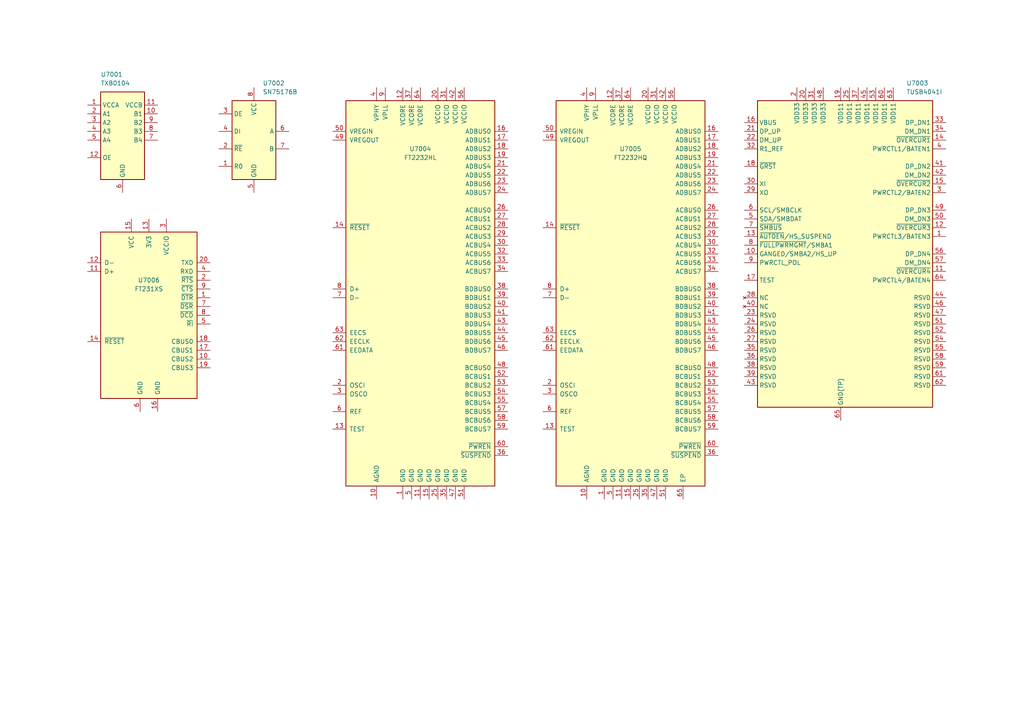
<source format=kicad_sch>
(kicad_sch
	(version 20250114)
	(generator "eeschema")
	(generator_version "9.0")
	(uuid "0deb0181-5fdc-4f18-a85c-ec9a29296524")
	(paper "A4")
	(title_block
		(title "Integrated circuits")
		(date "2026-01-06")
		(rev "1")
		(comment 1 "-")
		(comment 2 "-")
	)
	(lib_symbols
		(symbol "lily_symbols:ic_level_shifter_TXB0104_uqfn12"
			(exclude_from_sim no)
			(in_bom yes)
			(on_board yes)
			(property "Reference" "U"
				(at 3.81 8.89 0)
				(effects
					(font
						(size 1.27 1.27)
					)
					(justify left)
				)
			)
			(property "Value" "TXB0104"
				(at 3.81 6.35 0)
				(effects
					(font
						(size 1.27 1.27)
					)
					(justify left)
				)
			)
			(property "Footprint" "lily_footprints:uqfn12_pitch0.4_1.7x2.0mm"
				(at 10.16 -43.18 0)
				(effects
					(font
						(size 1.27 1.27)
					)
					(hide yes)
				)
			)
			(property "Datasheet" "https://lilytronics.github.io/lily_kicad_lib/datasheets/texas_instruments/TXB0104.pdf"
				(at 10.16 -55.88 0)
				(effects
					(font
						(size 1.27 1.27)
					)
					(hide yes)
				)
			)
			(property "Description" ""
				(at 0 0 0)
				(effects
					(font
						(size 1.27 1.27)
					)
					(hide yes)
				)
			)
			(property "Revision" "1"
				(at 10.16 -38.1 0)
				(effects
					(font
						(size 1.27 1.27)
					)
					(hide yes)
				)
			)
			(property "Status" "Active"
				(at 10.16 -40.64 0)
				(effects
					(font
						(size 1.27 1.27)
					)
					(hide yes)
				)
			)
			(property "Manufacturer" "Texas Instruments"
				(at 10.16 -45.72 0)
				(effects
					(font
						(size 1.27 1.27)
					)
					(hide yes)
				)
			)
			(property "Manufacturer_ID" "TXB0104RUTR"
				(at 10.16 -48.26 0)
				(effects
					(font
						(size 1.27 1.27)
					)
					(hide yes)
				)
			)
			(property "Lily_ID" "NO_ID"
				(at 10.16 -50.8 0)
				(effects
					(font
						(size 1.27 1.27)
					)
					(hide yes)
				)
			)
			(property "JLCPCB_ID" "C105266"
				(at 10.16 -53.34 0)
				(effects
					(font
						(size 1.27 1.27)
					)
					(hide yes)
				)
			)
			(symbol "ic_level_shifter_TXB0104_uqfn12_0_1"
				(rectangle
					(start 3.81 3.81)
					(end 16.51 -21.59)
					(stroke
						(width 0.254)
						(type default)
					)
					(fill
						(type background)
					)
				)
			)
			(symbol "ic_level_shifter_TXB0104_uqfn12_1_1"
				(pin bidirectional line
					(at 0 0 0)
					(length 3.81)
					(name "VCCA"
						(effects
							(font
								(size 1.27 1.27)
							)
						)
					)
					(number "1"
						(effects
							(font
								(size 1.27 1.27)
							)
						)
					)
				)
				(pin bidirectional line
					(at 0 -2.54 0)
					(length 3.81)
					(name "A1"
						(effects
							(font
								(size 1.27 1.27)
							)
						)
					)
					(number "2"
						(effects
							(font
								(size 1.27 1.27)
							)
						)
					)
				)
				(pin bidirectional line
					(at 0 -5.08 0)
					(length 3.81)
					(name "A2"
						(effects
							(font
								(size 1.27 1.27)
							)
						)
					)
					(number "3"
						(effects
							(font
								(size 1.27 1.27)
							)
						)
					)
				)
				(pin bidirectional line
					(at 0 -7.62 0)
					(length 3.81)
					(name "A3"
						(effects
							(font
								(size 1.27 1.27)
							)
						)
					)
					(number "4"
						(effects
							(font
								(size 1.27 1.27)
							)
						)
					)
				)
				(pin bidirectional line
					(at 0 -10.16 0)
					(length 3.81)
					(name "A4"
						(effects
							(font
								(size 1.27 1.27)
							)
						)
					)
					(number "5"
						(effects
							(font
								(size 1.27 1.27)
							)
						)
					)
				)
				(pin input line
					(at 0 -15.24 0)
					(length 3.81)
					(name "OE"
						(effects
							(font
								(size 1.27 1.27)
							)
						)
					)
					(number "12"
						(effects
							(font
								(size 1.27 1.27)
							)
						)
					)
				)
				(pin power_in line
					(at 10.16 -25.4 90)
					(length 3.81)
					(name "GND"
						(effects
							(font
								(size 1.27 1.27)
							)
						)
					)
					(number "6"
						(effects
							(font
								(size 1.27 1.27)
							)
						)
					)
				)
				(pin bidirectional line
					(at 20.32 0 180)
					(length 3.81)
					(name "VCCB"
						(effects
							(font
								(size 1.27 1.27)
							)
						)
					)
					(number "11"
						(effects
							(font
								(size 1.27 1.27)
							)
						)
					)
				)
				(pin bidirectional line
					(at 20.32 -2.54 180)
					(length 3.81)
					(name "B1"
						(effects
							(font
								(size 1.27 1.27)
							)
						)
					)
					(number "10"
						(effects
							(font
								(size 1.27 1.27)
							)
						)
					)
				)
				(pin bidirectional line
					(at 20.32 -5.08 180)
					(length 3.81)
					(name "B2"
						(effects
							(font
								(size 1.27 1.27)
							)
						)
					)
					(number "9"
						(effects
							(font
								(size 1.27 1.27)
							)
						)
					)
				)
				(pin bidirectional line
					(at 20.32 -7.62 180)
					(length 3.81)
					(name "B3"
						(effects
							(font
								(size 1.27 1.27)
							)
						)
					)
					(number "8"
						(effects
							(font
								(size 1.27 1.27)
							)
						)
					)
				)
				(pin bidirectional line
					(at 20.32 -10.16 180)
					(length 3.81)
					(name "B4"
						(effects
							(font
								(size 1.27 1.27)
							)
						)
					)
					(number "7"
						(effects
							(font
								(size 1.27 1.27)
							)
						)
					)
				)
			)
			(embedded_fonts no)
		)
		(symbol "lily_symbols:ic_transceiver_rs485_half_duplex_SN75176B_soic8"
			(exclude_from_sim no)
			(in_bom yes)
			(on_board yes)
			(property "Reference" "U"
				(at 12.7 8.89 0)
				(effects
					(font
						(size 1.27 1.27)
					)
					(justify left)
				)
			)
			(property "Value" "SN75176B"
				(at 12.7 6.35 0)
				(effects
					(font
						(size 1.27 1.27)
					)
					(justify left)
				)
			)
			(property "Footprint" "lily_footprints:soic8"
				(at 10.16 -40.64 0)
				(effects
					(font
						(size 1.27 1.27)
					)
					(hide yes)
				)
			)
			(property "Datasheet" "https://lilytronics.github.io/lily_kicad_lib/datasheets/texas_instruments/SN75176B.pdf"
				(at 10.16 -53.34 0)
				(effects
					(font
						(size 1.27 1.27)
					)
					(hide yes)
				)
			)
			(property "Description" ""
				(at 0 0 0)
				(effects
					(font
						(size 1.27 1.27)
					)
					(hide yes)
				)
			)
			(property "Revision" "1"
				(at 10.16 -35.56 0)
				(effects
					(font
						(size 1.27 1.27)
					)
					(hide yes)
				)
			)
			(property "Status" "Active"
				(at 10.16 -38.1 0)
				(effects
					(font
						(size 1.27 1.27)
					)
					(hide yes)
				)
			)
			(property "Manufacturer" "Texas Instruments"
				(at 10.16 -43.18 0)
				(effects
					(font
						(size 1.27 1.27)
					)
					(hide yes)
				)
			)
			(property "Manufacturer_ID" "SN75176BDR"
				(at 10.16 -45.72 0)
				(effects
					(font
						(size 1.27 1.27)
					)
					(hide yes)
				)
			)
			(property "Lily_ID" "NO_ID"
				(at 10.16 -48.26 0)
				(effects
					(font
						(size 1.27 1.27)
					)
					(hide yes)
				)
			)
			(property "JLCPCB_ID" "C7063"
				(at 10.16 -50.8 0)
				(effects
					(font
						(size 1.27 1.27)
					)
					(hide yes)
				)
			)
			(symbol "ic_transceiver_rs485_half_duplex_SN75176B_soic8_0_1"
				(rectangle
					(start 3.81 3.81)
					(end 16.51 -19.05)
					(stroke
						(width 0.254)
						(type default)
					)
					(fill
						(type background)
					)
				)
			)
			(symbol "ic_transceiver_rs485_half_duplex_SN75176B_soic8_1_1"
				(pin input line
					(at 0 0 0)
					(length 3.81)
					(name "DE"
						(effects
							(font
								(size 1.27 1.27)
							)
						)
					)
					(number "3"
						(effects
							(font
								(size 1.27 1.27)
							)
						)
					)
				)
				(pin input line
					(at 0 -5.08 0)
					(length 3.81)
					(name "DI"
						(effects
							(font
								(size 1.27 1.27)
							)
						)
					)
					(number "4"
						(effects
							(font
								(size 1.27 1.27)
							)
						)
					)
				)
				(pin input line
					(at 0 -10.16 0)
					(length 3.81)
					(name "~{RE}"
						(effects
							(font
								(size 1.27 1.27)
							)
						)
					)
					(number "2"
						(effects
							(font
								(size 1.27 1.27)
							)
						)
					)
				)
				(pin output line
					(at 0 -15.24 0)
					(length 3.81)
					(name "R0"
						(effects
							(font
								(size 1.27 1.27)
							)
						)
					)
					(number "1"
						(effects
							(font
								(size 1.27 1.27)
							)
						)
					)
				)
				(pin power_in line
					(at 10.16 7.62 270)
					(length 3.81)
					(name "VCC"
						(effects
							(font
								(size 1.27 1.27)
							)
						)
					)
					(number "8"
						(effects
							(font
								(size 1.27 1.27)
							)
						)
					)
				)
				(pin power_in line
					(at 10.16 -22.86 90)
					(length 3.81)
					(name "GND"
						(effects
							(font
								(size 1.27 1.27)
							)
						)
					)
					(number "5"
						(effects
							(font
								(size 1.27 1.27)
							)
						)
					)
				)
				(pin bidirectional line
					(at 20.32 -5.08 180)
					(length 3.81)
					(name "A"
						(effects
							(font
								(size 1.27 1.27)
							)
						)
					)
					(number "6"
						(effects
							(font
								(size 1.27 1.27)
							)
						)
					)
				)
				(pin bidirectional line
					(at 20.32 -10.16 180)
					(length 3.81)
					(name "B"
						(effects
							(font
								(size 1.27 1.27)
							)
						)
					)
					(number "7"
						(effects
							(font
								(size 1.27 1.27)
							)
						)
					)
				)
			)
			(embedded_fonts no)
		)
		(symbol "lily_symbols:ic_usb_hub_4port_TUSB4041I_htqfp64"
			(exclude_from_sim no)
			(in_bom yes)
			(on_board yes)
			(property "Reference" "U"
				(at 46.99 11.43 0)
				(effects
					(font
						(size 1.27 1.27)
					)
					(justify left)
				)
			)
			(property "Value" "TUSB4041I"
				(at 46.99 8.89 0)
				(effects
					(font
						(size 1.27 1.27)
					)
					(justify left)
				)
			)
			(property "Footprint" "lily_footprints:htqfp64_pitch0.5_10x10mm"
				(at 27.94 -104.14 0)
				(effects
					(font
						(size 1.27 1.27)
					)
					(hide yes)
				)
			)
			(property "Datasheet" "https://lilytronics.github.io/lily_kicad_lib/datasheets/texas_instruments/TUSB4041I.pdf"
				(at 27.94 -116.84 0)
				(effects
					(font
						(size 1.27 1.27)
					)
					(hide yes)
				)
			)
			(property "Description" ""
				(at 0 0 0)
				(effects
					(font
						(size 1.27 1.27)
					)
					(hide yes)
				)
			)
			(property "Revision" "1"
				(at 27.94 -99.06 0)
				(effects
					(font
						(size 1.27 1.27)
					)
					(hide yes)
				)
			)
			(property "Status" "Active"
				(at 27.94 -101.6 0)
				(effects
					(font
						(size 1.27 1.27)
					)
					(hide yes)
				)
			)
			(property "Manufacturer" "Texas Instruments"
				(at 27.94 -106.68 0)
				(effects
					(font
						(size 1.27 1.27)
					)
					(hide yes)
				)
			)
			(property "Manufacturer_ID" "TUSB4041IPAPR"
				(at 27.94 -109.22 0)
				(effects
					(font
						(size 1.27 1.27)
					)
					(hide yes)
				)
			)
			(property "Lily_ID" "NO_ID"
				(at 27.94 -111.76 0)
				(effects
					(font
						(size 1.27 1.27)
					)
					(hide yes)
				)
			)
			(property "JLCPCB_ID" "C192089"
				(at 27.94 -114.3 0)
				(effects
					(font
						(size 1.27 1.27)
					)
					(hide yes)
				)
			)
			(symbol "ic_usb_hub_4port_TUSB4041I_htqfp64_0_1"
				(rectangle
					(start 3.81 6.35)
					(end 54.61 -82.55)
					(stroke
						(width 0.254)
						(type default)
					)
					(fill
						(type background)
					)
				)
			)
			(symbol "ic_usb_hub_4port_TUSB4041I_htqfp64_1_1"
				(pin input line
					(at 0 0 0)
					(length 3.81)
					(name "VBUS"
						(effects
							(font
								(size 1.27 1.27)
							)
						)
					)
					(number "16"
						(effects
							(font
								(size 1.27 1.27)
							)
						)
					)
				)
				(pin bidirectional line
					(at 0 -2.54 0)
					(length 3.81)
					(name "DP_UP"
						(effects
							(font
								(size 1.27 1.27)
							)
						)
					)
					(number "21"
						(effects
							(font
								(size 1.27 1.27)
							)
						)
					)
				)
				(pin bidirectional line
					(at 0 -5.08 0)
					(length 3.81)
					(name "DM_UP"
						(effects
							(font
								(size 1.27 1.27)
							)
						)
					)
					(number "22"
						(effects
							(font
								(size 1.27 1.27)
							)
						)
					)
				)
				(pin input line
					(at 0 -7.62 0)
					(length 3.81)
					(name "R1_REF"
						(effects
							(font
								(size 1.27 1.27)
							)
						)
					)
					(number "32"
						(effects
							(font
								(size 1.27 1.27)
							)
						)
					)
				)
				(pin input line
					(at 0 -12.7 0)
					(length 3.81)
					(name "~{GRST}"
						(effects
							(font
								(size 1.27 1.27)
							)
						)
					)
					(number "18"
						(effects
							(font
								(size 1.27 1.27)
							)
						)
					)
				)
				(pin input line
					(at 0 -17.78 0)
					(length 3.81)
					(name "XI"
						(effects
							(font
								(size 1.27 1.27)
							)
						)
					)
					(number "30"
						(effects
							(font
								(size 1.27 1.27)
							)
						)
					)
				)
				(pin output line
					(at 0 -20.32 0)
					(length 3.81)
					(name "XO"
						(effects
							(font
								(size 1.27 1.27)
							)
						)
					)
					(number "29"
						(effects
							(font
								(size 1.27 1.27)
							)
						)
					)
				)
				(pin bidirectional line
					(at 0 -25.4 0)
					(length 3.81)
					(name "SCL/SMBCLK"
						(effects
							(font
								(size 1.27 1.27)
							)
						)
					)
					(number "6"
						(effects
							(font
								(size 1.27 1.27)
							)
						)
					)
				)
				(pin bidirectional line
					(at 0 -27.94 0)
					(length 3.81)
					(name "SDA/SMBDAT"
						(effects
							(font
								(size 1.27 1.27)
							)
						)
					)
					(number "5"
						(effects
							(font
								(size 1.27 1.27)
							)
						)
					)
				)
				(pin bidirectional line
					(at 0 -30.48 0)
					(length 3.81)
					(name "~{SMBUS}"
						(effects
							(font
								(size 1.27 1.27)
							)
						)
					)
					(number "7"
						(effects
							(font
								(size 1.27 1.27)
							)
						)
					)
				)
				(pin bidirectional line
					(at 0 -33.02 0)
					(length 3.81)
					(name "~{AUTOEN}/HS_SUSPEND"
						(effects
							(font
								(size 1.27 1.27)
							)
						)
					)
					(number "13"
						(effects
							(font
								(size 1.27 1.27)
							)
						)
					)
				)
				(pin bidirectional line
					(at 0 -35.56 0)
					(length 3.81)
					(name "~{FULLPWRMGMT}/SMBA1"
						(effects
							(font
								(size 1.27 1.27)
							)
						)
					)
					(number "8"
						(effects
							(font
								(size 1.27 1.27)
							)
						)
					)
				)
				(pin bidirectional line
					(at 0 -38.1 0)
					(length 3.81)
					(name "GANGED/SMBA2/HS_UP"
						(effects
							(font
								(size 1.27 1.27)
							)
						)
					)
					(number "10"
						(effects
							(font
								(size 1.27 1.27)
							)
						)
					)
				)
				(pin bidirectional line
					(at 0 -40.64 0)
					(length 3.81)
					(name "PWRCTL_POL"
						(effects
							(font
								(size 1.27 1.27)
							)
						)
					)
					(number "9"
						(effects
							(font
								(size 1.27 1.27)
							)
						)
					)
				)
				(pin input line
					(at 0 -45.72 0)
					(length 3.81)
					(name "TEST"
						(effects
							(font
								(size 1.27 1.27)
							)
						)
					)
					(number "17"
						(effects
							(font
								(size 1.27 1.27)
							)
						)
					)
				)
				(pin no_connect line
					(at 0 -50.8 0)
					(length 3.81)
					(name "NC"
						(effects
							(font
								(size 1.27 1.27)
							)
						)
					)
					(number "28"
						(effects
							(font
								(size 1.27 1.27)
							)
						)
					)
				)
				(pin no_connect line
					(at 0 -53.34 0)
					(length 3.81)
					(name "NC"
						(effects
							(font
								(size 1.27 1.27)
							)
						)
					)
					(number "40"
						(effects
							(font
								(size 1.27 1.27)
							)
						)
					)
				)
				(pin bidirectional line
					(at 0 -55.88 0)
					(length 3.81)
					(name "RSVD"
						(effects
							(font
								(size 1.27 1.27)
							)
						)
					)
					(number "23"
						(effects
							(font
								(size 1.27 1.27)
							)
						)
					)
				)
				(pin bidirectional line
					(at 0 -58.42 0)
					(length 3.81)
					(name "RSVD"
						(effects
							(font
								(size 1.27 1.27)
							)
						)
					)
					(number "24"
						(effects
							(font
								(size 1.27 1.27)
							)
						)
					)
				)
				(pin bidirectional line
					(at 0 -60.96 0)
					(length 3.81)
					(name "RSVD"
						(effects
							(font
								(size 1.27 1.27)
							)
						)
					)
					(number "26"
						(effects
							(font
								(size 1.27 1.27)
							)
						)
					)
				)
				(pin bidirectional line
					(at 0 -63.5 0)
					(length 3.81)
					(name "RSVD"
						(effects
							(font
								(size 1.27 1.27)
							)
						)
					)
					(number "27"
						(effects
							(font
								(size 1.27 1.27)
							)
						)
					)
				)
				(pin bidirectional line
					(at 0 -66.04 0)
					(length 3.81)
					(name "RSVD"
						(effects
							(font
								(size 1.27 1.27)
							)
						)
					)
					(number "35"
						(effects
							(font
								(size 1.27 1.27)
							)
						)
					)
				)
				(pin bidirectional line
					(at 0 -68.58 0)
					(length 3.81)
					(name "RSVD"
						(effects
							(font
								(size 1.27 1.27)
							)
						)
					)
					(number "36"
						(effects
							(font
								(size 1.27 1.27)
							)
						)
					)
				)
				(pin bidirectional line
					(at 0 -71.12 0)
					(length 3.81)
					(name "RSVD"
						(effects
							(font
								(size 1.27 1.27)
							)
						)
					)
					(number "38"
						(effects
							(font
								(size 1.27 1.27)
							)
						)
					)
				)
				(pin bidirectional line
					(at 0 -73.66 0)
					(length 3.81)
					(name "RSVD"
						(effects
							(font
								(size 1.27 1.27)
							)
						)
					)
					(number "39"
						(effects
							(font
								(size 1.27 1.27)
							)
						)
					)
				)
				(pin bidirectional line
					(at 0 -76.2 0)
					(length 3.81)
					(name "RSVD"
						(effects
							(font
								(size 1.27 1.27)
							)
						)
					)
					(number "43"
						(effects
							(font
								(size 1.27 1.27)
							)
						)
					)
				)
				(pin power_in line
					(at 15.24 10.16 270)
					(length 3.81)
					(name "VDD33"
						(effects
							(font
								(size 1.27 1.27)
							)
						)
					)
					(number "2"
						(effects
							(font
								(size 1.27 1.27)
							)
						)
					)
				)
				(pin power_in line
					(at 17.78 10.16 270)
					(length 3.81)
					(name "VDD33"
						(effects
							(font
								(size 1.27 1.27)
							)
						)
					)
					(number "20"
						(effects
							(font
								(size 1.27 1.27)
							)
						)
					)
				)
				(pin power_in line
					(at 20.32 10.16 270)
					(length 3.81)
					(name "VDD33"
						(effects
							(font
								(size 1.27 1.27)
							)
						)
					)
					(number "31"
						(effects
							(font
								(size 1.27 1.27)
							)
						)
					)
				)
				(pin power_in line
					(at 22.86 10.16 270)
					(length 3.81)
					(name "VDD33"
						(effects
							(font
								(size 1.27 1.27)
							)
						)
					)
					(number "48"
						(effects
							(font
								(size 1.27 1.27)
							)
						)
					)
				)
				(pin power_in line
					(at 27.94 10.16 270)
					(length 3.81)
					(name "VDD11"
						(effects
							(font
								(size 1.27 1.27)
							)
						)
					)
					(number "19"
						(effects
							(font
								(size 1.27 1.27)
							)
						)
					)
				)
				(pin power_in line
					(at 27.94 -86.36 90)
					(length 3.81)
					(name "GND(TP)"
						(effects
							(font
								(size 1.27 1.27)
							)
						)
					)
					(number "65"
						(effects
							(font
								(size 1.27 1.27)
							)
						)
					)
				)
				(pin power_in line
					(at 30.48 10.16 270)
					(length 3.81)
					(name "VDD11"
						(effects
							(font
								(size 1.27 1.27)
							)
						)
					)
					(number "25"
						(effects
							(font
								(size 1.27 1.27)
							)
						)
					)
				)
				(pin power_in line
					(at 33.02 10.16 270)
					(length 3.81)
					(name "VDD11"
						(effects
							(font
								(size 1.27 1.27)
							)
						)
					)
					(number "37"
						(effects
							(font
								(size 1.27 1.27)
							)
						)
					)
				)
				(pin power_in line
					(at 35.56 10.16 270)
					(length 3.81)
					(name "VDD11"
						(effects
							(font
								(size 1.27 1.27)
							)
						)
					)
					(number "45"
						(effects
							(font
								(size 1.27 1.27)
							)
						)
					)
				)
				(pin power_in line
					(at 38.1 10.16 270)
					(length 3.81)
					(name "VDD11"
						(effects
							(font
								(size 1.27 1.27)
							)
						)
					)
					(number "53"
						(effects
							(font
								(size 1.27 1.27)
							)
						)
					)
				)
				(pin power_in line
					(at 40.64 10.16 270)
					(length 3.81)
					(name "VDD11"
						(effects
							(font
								(size 1.27 1.27)
							)
						)
					)
					(number "60"
						(effects
							(font
								(size 1.27 1.27)
							)
						)
					)
				)
				(pin power_in line
					(at 43.18 10.16 270)
					(length 3.81)
					(name "VDD11"
						(effects
							(font
								(size 1.27 1.27)
							)
						)
					)
					(number "63"
						(effects
							(font
								(size 1.27 1.27)
							)
						)
					)
				)
				(pin bidirectional line
					(at 58.42 0 180)
					(length 3.81)
					(name "DP_DN1"
						(effects
							(font
								(size 1.27 1.27)
							)
						)
					)
					(number "33"
						(effects
							(font
								(size 1.27 1.27)
							)
						)
					)
				)
				(pin bidirectional line
					(at 58.42 -2.54 180)
					(length 3.81)
					(name "DM_DN1"
						(effects
							(font
								(size 1.27 1.27)
							)
						)
					)
					(number "34"
						(effects
							(font
								(size 1.27 1.27)
							)
						)
					)
				)
				(pin input line
					(at 58.42 -5.08 180)
					(length 3.81)
					(name "~{OVERCUR1}"
						(effects
							(font
								(size 1.27 1.27)
							)
						)
					)
					(number "14"
						(effects
							(font
								(size 1.27 1.27)
							)
						)
					)
				)
				(pin bidirectional line
					(at 58.42 -7.62 180)
					(length 3.81)
					(name "PWRCTL1/BATEN1"
						(effects
							(font
								(size 1.27 1.27)
							)
						)
					)
					(number "4"
						(effects
							(font
								(size 1.27 1.27)
							)
						)
					)
				)
				(pin bidirectional line
					(at 58.42 -12.7 180)
					(length 3.81)
					(name "DP_DN2"
						(effects
							(font
								(size 1.27 1.27)
							)
						)
					)
					(number "41"
						(effects
							(font
								(size 1.27 1.27)
							)
						)
					)
				)
				(pin bidirectional line
					(at 58.42 -15.24 180)
					(length 3.81)
					(name "DM_DN2"
						(effects
							(font
								(size 1.27 1.27)
							)
						)
					)
					(number "42"
						(effects
							(font
								(size 1.27 1.27)
							)
						)
					)
				)
				(pin input line
					(at 58.42 -17.78 180)
					(length 3.81)
					(name "~{OVERCUR2}"
						(effects
							(font
								(size 1.27 1.27)
							)
						)
					)
					(number "15"
						(effects
							(font
								(size 1.27 1.27)
							)
						)
					)
				)
				(pin bidirectional line
					(at 58.42 -20.32 180)
					(length 3.81)
					(name "PWRCTL2/BATEN2"
						(effects
							(font
								(size 1.27 1.27)
							)
						)
					)
					(number "3"
						(effects
							(font
								(size 1.27 1.27)
							)
						)
					)
				)
				(pin bidirectional line
					(at 58.42 -25.4 180)
					(length 3.81)
					(name "DP_DN3"
						(effects
							(font
								(size 1.27 1.27)
							)
						)
					)
					(number "49"
						(effects
							(font
								(size 1.27 1.27)
							)
						)
					)
				)
				(pin bidirectional line
					(at 58.42 -27.94 180)
					(length 3.81)
					(name "DM_DN3"
						(effects
							(font
								(size 1.27 1.27)
							)
						)
					)
					(number "50"
						(effects
							(font
								(size 1.27 1.27)
							)
						)
					)
				)
				(pin input line
					(at 58.42 -30.48 180)
					(length 3.81)
					(name "~{OVERCUR3}"
						(effects
							(font
								(size 1.27 1.27)
							)
						)
					)
					(number "12"
						(effects
							(font
								(size 1.27 1.27)
							)
						)
					)
				)
				(pin bidirectional line
					(at 58.42 -33.02 180)
					(length 3.81)
					(name "PWRCTL3/BATEN3"
						(effects
							(font
								(size 1.27 1.27)
							)
						)
					)
					(number "1"
						(effects
							(font
								(size 1.27 1.27)
							)
						)
					)
				)
				(pin bidirectional line
					(at 58.42 -38.1 180)
					(length 3.81)
					(name "DP_DN4"
						(effects
							(font
								(size 1.27 1.27)
							)
						)
					)
					(number "56"
						(effects
							(font
								(size 1.27 1.27)
							)
						)
					)
				)
				(pin bidirectional line
					(at 58.42 -40.64 180)
					(length 3.81)
					(name "DM_DN4"
						(effects
							(font
								(size 1.27 1.27)
							)
						)
					)
					(number "57"
						(effects
							(font
								(size 1.27 1.27)
							)
						)
					)
				)
				(pin input line
					(at 58.42 -43.18 180)
					(length 3.81)
					(name "~{OVERCUR4}"
						(effects
							(font
								(size 1.27 1.27)
							)
						)
					)
					(number "11"
						(effects
							(font
								(size 1.27 1.27)
							)
						)
					)
				)
				(pin bidirectional line
					(at 58.42 -45.72 180)
					(length 3.81)
					(name "PWRCTL4/BATEN4"
						(effects
							(font
								(size 1.27 1.27)
							)
						)
					)
					(number "64"
						(effects
							(font
								(size 1.27 1.27)
							)
						)
					)
				)
				(pin bidirectional line
					(at 58.42 -50.8 180)
					(length 3.81)
					(name "RSVD"
						(effects
							(font
								(size 1.27 1.27)
							)
						)
					)
					(number "44"
						(effects
							(font
								(size 1.27 1.27)
							)
						)
					)
				)
				(pin bidirectional line
					(at 58.42 -53.34 180)
					(length 3.81)
					(name "RSVD"
						(effects
							(font
								(size 1.27 1.27)
							)
						)
					)
					(number "46"
						(effects
							(font
								(size 1.27 1.27)
							)
						)
					)
				)
				(pin bidirectional line
					(at 58.42 -55.88 180)
					(length 3.81)
					(name "RSVD"
						(effects
							(font
								(size 1.27 1.27)
							)
						)
					)
					(number "47"
						(effects
							(font
								(size 1.27 1.27)
							)
						)
					)
				)
				(pin bidirectional line
					(at 58.42 -58.42 180)
					(length 3.81)
					(name "RSVD"
						(effects
							(font
								(size 1.27 1.27)
							)
						)
					)
					(number "51"
						(effects
							(font
								(size 1.27 1.27)
							)
						)
					)
				)
				(pin bidirectional line
					(at 58.42 -60.96 180)
					(length 3.81)
					(name "RSVD"
						(effects
							(font
								(size 1.27 1.27)
							)
						)
					)
					(number "52"
						(effects
							(font
								(size 1.27 1.27)
							)
						)
					)
				)
				(pin bidirectional line
					(at 58.42 -63.5 180)
					(length 3.81)
					(name "RSVD"
						(effects
							(font
								(size 1.27 1.27)
							)
						)
					)
					(number "54"
						(effects
							(font
								(size 1.27 1.27)
							)
						)
					)
				)
				(pin bidirectional line
					(at 58.42 -66.04 180)
					(length 3.81)
					(name "RSVD"
						(effects
							(font
								(size 1.27 1.27)
							)
						)
					)
					(number "55"
						(effects
							(font
								(size 1.27 1.27)
							)
						)
					)
				)
				(pin bidirectional line
					(at 58.42 -68.58 180)
					(length 3.81)
					(name "RSVD"
						(effects
							(font
								(size 1.27 1.27)
							)
						)
					)
					(number "58"
						(effects
							(font
								(size 1.27 1.27)
							)
						)
					)
				)
				(pin bidirectional line
					(at 58.42 -71.12 180)
					(length 3.81)
					(name "RSVD"
						(effects
							(font
								(size 1.27 1.27)
							)
						)
					)
					(number "59"
						(effects
							(font
								(size 1.27 1.27)
							)
						)
					)
				)
				(pin bidirectional line
					(at 58.42 -73.66 180)
					(length 3.81)
					(name "RSVD"
						(effects
							(font
								(size 1.27 1.27)
							)
						)
					)
					(number "61"
						(effects
							(font
								(size 1.27 1.27)
							)
						)
					)
				)
				(pin bidirectional line
					(at 58.42 -76.2 180)
					(length 3.81)
					(name "RSVD"
						(effects
							(font
								(size 1.27 1.27)
							)
						)
					)
					(number "62"
						(effects
							(font
								(size 1.27 1.27)
							)
						)
					)
				)
			)
			(embedded_fonts no)
		)
		(symbol "lily_symbols:ic_usb_to_dual_mpuf_FT2232HL_lqfp64"
			(pin_names
				(offset 1.016)
			)
			(exclude_from_sim no)
			(in_bom yes)
			(on_board yes)
			(property "Reference" "U"
				(at 25.4 -5.08 0)
				(effects
					(font
						(size 1.27 1.27)
					)
				)
			)
			(property "Value" "FT2232HL"
				(at 25.4 -7.62 0)
				(effects
					(font
						(size 1.27 1.27)
					)
				)
			)
			(property "Footprint" "lily_footprints:lqfp64_pitch0.5_10x10mm"
				(at 25.4 -124.46 0)
				(effects
					(font
						(size 1.27 1.27)
					)
					(hide yes)
				)
			)
			(property "Datasheet" "https://lilytronics.github.io/lily_kicad_lib/datasheets/ftdi/FT2232H.pdf"
				(at 25.4 -137.16 0)
				(effects
					(font
						(size 1.27 1.27)
					)
					(hide yes)
				)
			)
			(property "Description" ""
				(at 0 0 0)
				(effects
					(font
						(size 1.27 1.27)
					)
					(hide yes)
				)
			)
			(property "Revision" "1"
				(at 25.4 -119.38 0)
				(effects
					(font
						(size 1.27 1.27)
					)
					(hide yes)
				)
			)
			(property "Status" "Active"
				(at 25.4 -121.92 0)
				(effects
					(font
						(size 1.27 1.27)
					)
					(hide yes)
				)
			)
			(property "Manufacturer" "FTDI"
				(at 25.4 -127 0)
				(effects
					(font
						(size 1.27 1.27)
					)
					(hide yes)
				)
			)
			(property "Manufacturer_ID" "FT2232HL-REEL"
				(at 25.4 -129.54 0)
				(effects
					(font
						(size 1.27 1.27)
					)
					(hide yes)
				)
			)
			(property "Lily_ID" "NO_ID"
				(at 25.4 -132.08 0)
				(effects
					(font
						(size 1.27 1.27)
					)
					(hide yes)
				)
			)
			(property "JLCPCB_ID" "C27882"
				(at 25.4 -134.62 0)
				(effects
					(font
						(size 1.27 1.27)
					)
					(hide yes)
				)
			)
			(symbol "ic_usb_to_dual_mpuf_FT2232HL_lqfp64_0_1"
				(rectangle
					(start 3.81 8.89)
					(end 46.99 -102.87)
					(stroke
						(width 0.254)
						(type default)
					)
					(fill
						(type background)
					)
				)
			)
			(symbol "ic_usb_to_dual_mpuf_FT2232HL_lqfp64_1_1"
				(pin input line
					(at 0 0 0)
					(length 3.81)
					(name "VREGIN"
						(effects
							(font
								(size 1.27 1.27)
							)
						)
					)
					(number "50"
						(effects
							(font
								(size 1.27 1.27)
							)
						)
					)
				)
				(pin output line
					(at 0 -2.54 0)
					(length 3.81)
					(name "VREGOUT"
						(effects
							(font
								(size 1.27 1.27)
							)
						)
					)
					(number "49"
						(effects
							(font
								(size 1.27 1.27)
							)
						)
					)
				)
				(pin input line
					(at 0 -27.94 0)
					(length 3.81)
					(name "~{RESET}"
						(effects
							(font
								(size 1.27 1.27)
							)
						)
					)
					(number "14"
						(effects
							(font
								(size 1.27 1.27)
							)
						)
					)
				)
				(pin bidirectional line
					(at 0 -45.72 0)
					(length 3.81)
					(name "D+"
						(effects
							(font
								(size 1.27 1.27)
							)
						)
					)
					(number "8"
						(effects
							(font
								(size 1.27 1.27)
							)
						)
					)
				)
				(pin bidirectional line
					(at 0 -48.26 0)
					(length 3.81)
					(name "D-"
						(effects
							(font
								(size 1.27 1.27)
							)
						)
					)
					(number "7"
						(effects
							(font
								(size 1.27 1.27)
							)
						)
					)
				)
				(pin output line
					(at 0 -58.42 0)
					(length 3.81)
					(name "EECS"
						(effects
							(font
								(size 1.27 1.27)
							)
						)
					)
					(number "63"
						(effects
							(font
								(size 1.27 1.27)
							)
						)
					)
				)
				(pin output line
					(at 0 -60.96 0)
					(length 3.81)
					(name "EECLK"
						(effects
							(font
								(size 1.27 1.27)
							)
						)
					)
					(number "62"
						(effects
							(font
								(size 1.27 1.27)
							)
						)
					)
				)
				(pin bidirectional line
					(at 0 -63.5 0)
					(length 3.81)
					(name "EEDATA"
						(effects
							(font
								(size 1.27 1.27)
							)
						)
					)
					(number "61"
						(effects
							(font
								(size 1.27 1.27)
							)
						)
					)
				)
				(pin input line
					(at 0 -73.66 0)
					(length 3.81)
					(name "OSCI"
						(effects
							(font
								(size 1.27 1.27)
							)
						)
					)
					(number "2"
						(effects
							(font
								(size 1.27 1.27)
							)
						)
					)
				)
				(pin output line
					(at 0 -76.2 0)
					(length 3.81)
					(name "OSCO"
						(effects
							(font
								(size 1.27 1.27)
							)
						)
					)
					(number "3"
						(effects
							(font
								(size 1.27 1.27)
							)
						)
					)
				)
				(pin input line
					(at 0 -81.28 0)
					(length 3.81)
					(name "REF"
						(effects
							(font
								(size 1.27 1.27)
							)
						)
					)
					(number "6"
						(effects
							(font
								(size 1.27 1.27)
							)
						)
					)
				)
				(pin input line
					(at 0 -86.36 0)
					(length 3.81)
					(name "TEST"
						(effects
							(font
								(size 1.27 1.27)
							)
						)
					)
					(number "13"
						(effects
							(font
								(size 1.27 1.27)
							)
						)
					)
				)
				(pin power_in line
					(at 12.7 12.7 270)
					(length 3.81)
					(name "VPHY"
						(effects
							(font
								(size 1.27 1.27)
							)
						)
					)
					(number "4"
						(effects
							(font
								(size 1.27 1.27)
							)
						)
					)
				)
				(pin power_in line
					(at 12.7 -106.68 90)
					(length 3.81)
					(name "AGND"
						(effects
							(font
								(size 1.27 1.27)
							)
						)
					)
					(number "10"
						(effects
							(font
								(size 1.27 1.27)
							)
						)
					)
				)
				(pin power_in line
					(at 15.24 12.7 270)
					(length 3.81)
					(name "VPLL"
						(effects
							(font
								(size 1.27 1.27)
							)
						)
					)
					(number "9"
						(effects
							(font
								(size 1.27 1.27)
							)
						)
					)
				)
				(pin power_in line
					(at 20.32 12.7 270)
					(length 3.81)
					(name "VCORE"
						(effects
							(font
								(size 1.27 1.27)
							)
						)
					)
					(number "12"
						(effects
							(font
								(size 1.27 1.27)
							)
						)
					)
				)
				(pin power_in line
					(at 20.32 -106.68 90)
					(length 3.81)
					(name "GND"
						(effects
							(font
								(size 1.27 1.27)
							)
						)
					)
					(number "1"
						(effects
							(font
								(size 1.27 1.27)
							)
						)
					)
				)
				(pin power_in line
					(at 22.86 12.7 270)
					(length 3.81)
					(name "VCORE"
						(effects
							(font
								(size 1.27 1.27)
							)
						)
					)
					(number "37"
						(effects
							(font
								(size 1.27 1.27)
							)
						)
					)
				)
				(pin power_in line
					(at 22.86 -106.68 90)
					(length 3.81)
					(name "GND"
						(effects
							(font
								(size 1.27 1.27)
							)
						)
					)
					(number "5"
						(effects
							(font
								(size 1.27 1.27)
							)
						)
					)
				)
				(pin power_in line
					(at 25.4 12.7 270)
					(length 3.81)
					(name "VCORE"
						(effects
							(font
								(size 1.27 1.27)
							)
						)
					)
					(number "64"
						(effects
							(font
								(size 1.27 1.27)
							)
						)
					)
				)
				(pin power_in line
					(at 25.4 -106.68 90)
					(length 3.81)
					(name "GND"
						(effects
							(font
								(size 1.27 1.27)
							)
						)
					)
					(number "11"
						(effects
							(font
								(size 1.27 1.27)
							)
						)
					)
				)
				(pin power_in line
					(at 27.94 -106.68 90)
					(length 3.81)
					(name "GND"
						(effects
							(font
								(size 1.27 1.27)
							)
						)
					)
					(number "15"
						(effects
							(font
								(size 1.27 1.27)
							)
						)
					)
				)
				(pin power_in line
					(at 30.48 12.7 270)
					(length 3.81)
					(name "VCCIO"
						(effects
							(font
								(size 1.27 1.27)
							)
						)
					)
					(number "20"
						(effects
							(font
								(size 1.27 1.27)
							)
						)
					)
				)
				(pin power_in line
					(at 30.48 -106.68 90)
					(length 3.81)
					(name "GND"
						(effects
							(font
								(size 1.27 1.27)
							)
						)
					)
					(number "25"
						(effects
							(font
								(size 1.27 1.27)
							)
						)
					)
				)
				(pin power_in line
					(at 33.02 12.7 270)
					(length 3.81)
					(name "VCCIO"
						(effects
							(font
								(size 1.27 1.27)
							)
						)
					)
					(number "31"
						(effects
							(font
								(size 1.27 1.27)
							)
						)
					)
				)
				(pin power_in line
					(at 33.02 -106.68 90)
					(length 3.81)
					(name "GND"
						(effects
							(font
								(size 1.27 1.27)
							)
						)
					)
					(number "35"
						(effects
							(font
								(size 1.27 1.27)
							)
						)
					)
				)
				(pin power_in line
					(at 35.56 12.7 270)
					(length 3.81)
					(name "VCCIO"
						(effects
							(font
								(size 1.27 1.27)
							)
						)
					)
					(number "42"
						(effects
							(font
								(size 1.27 1.27)
							)
						)
					)
				)
				(pin power_in line
					(at 35.56 -106.68 90)
					(length 3.81)
					(name "GND"
						(effects
							(font
								(size 1.27 1.27)
							)
						)
					)
					(number "47"
						(effects
							(font
								(size 1.27 1.27)
							)
						)
					)
				)
				(pin power_in line
					(at 38.1 12.7 270)
					(length 3.81)
					(name "VCCIO"
						(effects
							(font
								(size 1.27 1.27)
							)
						)
					)
					(number "56"
						(effects
							(font
								(size 1.27 1.27)
							)
						)
					)
				)
				(pin power_in line
					(at 38.1 -106.68 90)
					(length 3.81)
					(name "GND"
						(effects
							(font
								(size 1.27 1.27)
							)
						)
					)
					(number "51"
						(effects
							(font
								(size 1.27 1.27)
							)
						)
					)
				)
				(pin output line
					(at 50.8 0 180)
					(length 3.81)
					(name "ADBUS0"
						(effects
							(font
								(size 1.27 1.27)
							)
						)
					)
					(number "16"
						(effects
							(font
								(size 1.27 1.27)
							)
						)
					)
				)
				(pin input line
					(at 50.8 -2.54 180)
					(length 3.81)
					(name "ADBUS1"
						(effects
							(font
								(size 1.27 1.27)
							)
						)
					)
					(number "17"
						(effects
							(font
								(size 1.27 1.27)
							)
						)
					)
				)
				(pin output line
					(at 50.8 -5.08 180)
					(length 3.81)
					(name "ADBUS2"
						(effects
							(font
								(size 1.27 1.27)
							)
						)
					)
					(number "18"
						(effects
							(font
								(size 1.27 1.27)
							)
						)
					)
				)
				(pin input line
					(at 50.8 -7.62 180)
					(length 3.81)
					(name "ADBUS3"
						(effects
							(font
								(size 1.27 1.27)
							)
						)
					)
					(number "19"
						(effects
							(font
								(size 1.27 1.27)
							)
						)
					)
				)
				(pin output line
					(at 50.8 -10.16 180)
					(length 3.81)
					(name "ADBUS4"
						(effects
							(font
								(size 1.27 1.27)
							)
						)
					)
					(number "21"
						(effects
							(font
								(size 1.27 1.27)
							)
						)
					)
				)
				(pin input line
					(at 50.8 -12.7 180)
					(length 3.81)
					(name "ADBUS5"
						(effects
							(font
								(size 1.27 1.27)
							)
						)
					)
					(number "22"
						(effects
							(font
								(size 1.27 1.27)
							)
						)
					)
				)
				(pin input line
					(at 50.8 -15.24 180)
					(length 3.81)
					(name "ADBUS6"
						(effects
							(font
								(size 1.27 1.27)
							)
						)
					)
					(number "23"
						(effects
							(font
								(size 1.27 1.27)
							)
						)
					)
				)
				(pin input line
					(at 50.8 -17.78 180)
					(length 3.81)
					(name "ADBUS7"
						(effects
							(font
								(size 1.27 1.27)
							)
						)
					)
					(number "24"
						(effects
							(font
								(size 1.27 1.27)
							)
						)
					)
				)
				(pin output line
					(at 50.8 -22.86 180)
					(length 3.81)
					(name "ACBUS0"
						(effects
							(font
								(size 1.27 1.27)
							)
						)
					)
					(number "26"
						(effects
							(font
								(size 1.27 1.27)
							)
						)
					)
				)
				(pin input line
					(at 50.8 -25.4 180)
					(length 3.81)
					(name "ACBUS1"
						(effects
							(font
								(size 1.27 1.27)
							)
						)
					)
					(number "27"
						(effects
							(font
								(size 1.27 1.27)
							)
						)
					)
				)
				(pin output line
					(at 50.8 -27.94 180)
					(length 3.81)
					(name "ACBUS2"
						(effects
							(font
								(size 1.27 1.27)
							)
						)
					)
					(number "28"
						(effects
							(font
								(size 1.27 1.27)
							)
						)
					)
				)
				(pin input line
					(at 50.8 -30.48 180)
					(length 3.81)
					(name "ACBUS3"
						(effects
							(font
								(size 1.27 1.27)
							)
						)
					)
					(number "29"
						(effects
							(font
								(size 1.27 1.27)
							)
						)
					)
				)
				(pin output line
					(at 50.8 -33.02 180)
					(length 3.81)
					(name "ACBUS4"
						(effects
							(font
								(size 1.27 1.27)
							)
						)
					)
					(number "30"
						(effects
							(font
								(size 1.27 1.27)
							)
						)
					)
				)
				(pin input line
					(at 50.8 -35.56 180)
					(length 3.81)
					(name "ACBUS5"
						(effects
							(font
								(size 1.27 1.27)
							)
						)
					)
					(number "32"
						(effects
							(font
								(size 1.27 1.27)
							)
						)
					)
				)
				(pin input line
					(at 50.8 -38.1 180)
					(length 3.81)
					(name "ACBUS6"
						(effects
							(font
								(size 1.27 1.27)
							)
						)
					)
					(number "33"
						(effects
							(font
								(size 1.27 1.27)
							)
						)
					)
				)
				(pin input line
					(at 50.8 -40.64 180)
					(length 3.81)
					(name "ACBUS7"
						(effects
							(font
								(size 1.27 1.27)
							)
						)
					)
					(number "34"
						(effects
							(font
								(size 1.27 1.27)
							)
						)
					)
				)
				(pin output line
					(at 50.8 -45.72 180)
					(length 3.81)
					(name "BDBUS0"
						(effects
							(font
								(size 1.27 1.27)
							)
						)
					)
					(number "38"
						(effects
							(font
								(size 1.27 1.27)
							)
						)
					)
				)
				(pin input line
					(at 50.8 -48.26 180)
					(length 3.81)
					(name "BDBUS1"
						(effects
							(font
								(size 1.27 1.27)
							)
						)
					)
					(number "39"
						(effects
							(font
								(size 1.27 1.27)
							)
						)
					)
				)
				(pin output line
					(at 50.8 -50.8 180)
					(length 3.81)
					(name "BDBUS2"
						(effects
							(font
								(size 1.27 1.27)
							)
						)
					)
					(number "40"
						(effects
							(font
								(size 1.27 1.27)
							)
						)
					)
				)
				(pin input line
					(at 50.8 -53.34 180)
					(length 3.81)
					(name "BDBUS3"
						(effects
							(font
								(size 1.27 1.27)
							)
						)
					)
					(number "41"
						(effects
							(font
								(size 1.27 1.27)
							)
						)
					)
				)
				(pin output line
					(at 50.8 -55.88 180)
					(length 3.81)
					(name "BDBUS4"
						(effects
							(font
								(size 1.27 1.27)
							)
						)
					)
					(number "43"
						(effects
							(font
								(size 1.27 1.27)
							)
						)
					)
				)
				(pin input line
					(at 50.8 -58.42 180)
					(length 3.81)
					(name "BDBUS5"
						(effects
							(font
								(size 1.27 1.27)
							)
						)
					)
					(number "44"
						(effects
							(font
								(size 1.27 1.27)
							)
						)
					)
				)
				(pin input line
					(at 50.8 -60.96 180)
					(length 3.81)
					(name "BDBUS6"
						(effects
							(font
								(size 1.27 1.27)
							)
						)
					)
					(number "45"
						(effects
							(font
								(size 1.27 1.27)
							)
						)
					)
				)
				(pin input line
					(at 50.8 -63.5 180)
					(length 3.81)
					(name "BDBUS7"
						(effects
							(font
								(size 1.27 1.27)
							)
						)
					)
					(number "46"
						(effects
							(font
								(size 1.27 1.27)
							)
						)
					)
				)
				(pin output line
					(at 50.8 -68.58 180)
					(length 3.81)
					(name "BCBUS0"
						(effects
							(font
								(size 1.27 1.27)
							)
						)
					)
					(number "48"
						(effects
							(font
								(size 1.27 1.27)
							)
						)
					)
				)
				(pin input line
					(at 50.8 -71.12 180)
					(length 3.81)
					(name "BCBUS1"
						(effects
							(font
								(size 1.27 1.27)
							)
						)
					)
					(number "52"
						(effects
							(font
								(size 1.27 1.27)
							)
						)
					)
				)
				(pin output line
					(at 50.8 -73.66 180)
					(length 3.81)
					(name "BCBUS2"
						(effects
							(font
								(size 1.27 1.27)
							)
						)
					)
					(number "53"
						(effects
							(font
								(size 1.27 1.27)
							)
						)
					)
				)
				(pin input line
					(at 50.8 -76.2 180)
					(length 3.81)
					(name "BCBUS3"
						(effects
							(font
								(size 1.27 1.27)
							)
						)
					)
					(number "54"
						(effects
							(font
								(size 1.27 1.27)
							)
						)
					)
				)
				(pin output line
					(at 50.8 -78.74 180)
					(length 3.81)
					(name "BCBUS4"
						(effects
							(font
								(size 1.27 1.27)
							)
						)
					)
					(number "55"
						(effects
							(font
								(size 1.27 1.27)
							)
						)
					)
				)
				(pin input line
					(at 50.8 -81.28 180)
					(length 3.81)
					(name "BCBUS5"
						(effects
							(font
								(size 1.27 1.27)
							)
						)
					)
					(number "57"
						(effects
							(font
								(size 1.27 1.27)
							)
						)
					)
				)
				(pin input line
					(at 50.8 -83.82 180)
					(length 3.81)
					(name "BCBUS6"
						(effects
							(font
								(size 1.27 1.27)
							)
						)
					)
					(number "58"
						(effects
							(font
								(size 1.27 1.27)
							)
						)
					)
				)
				(pin input line
					(at 50.8 -86.36 180)
					(length 3.81)
					(name "BCBUS7"
						(effects
							(font
								(size 1.27 1.27)
							)
						)
					)
					(number "59"
						(effects
							(font
								(size 1.27 1.27)
							)
						)
					)
				)
				(pin output line
					(at 50.8 -91.44 180)
					(length 3.81)
					(name "~{PWREN}"
						(effects
							(font
								(size 1.27 1.27)
							)
						)
					)
					(number "60"
						(effects
							(font
								(size 1.27 1.27)
							)
						)
					)
				)
				(pin output line
					(at 50.8 -93.98 180)
					(length 3.81)
					(name "~{SUSPEND}"
						(effects
							(font
								(size 1.27 1.27)
							)
						)
					)
					(number "36"
						(effects
							(font
								(size 1.27 1.27)
							)
						)
					)
				)
			)
			(embedded_fonts no)
		)
		(symbol "lily_symbols:ic_usb_to_dual_mpuf_FT2232HQ_qfn64"
			(pin_names
				(offset 1.016)
			)
			(exclude_from_sim no)
			(in_bom yes)
			(on_board yes)
			(property "Reference" "U"
				(at 25.4 -5.08 0)
				(effects
					(font
						(size 1.27 1.27)
					)
				)
			)
			(property "Value" "FT2232HQ"
				(at 25.4 -7.62 0)
				(effects
					(font
						(size 1.27 1.27)
					)
				)
			)
			(property "Footprint" "lily_footprints:qfn64_ep_pitch0.5mm_9x9mm"
				(at 25.4 -124.46 0)
				(effects
					(font
						(size 1.27 1.27)
					)
					(hide yes)
				)
			)
			(property "Datasheet" "https://lilytronics.github.io/lily_kicad_lib/datasheets/ftdi/FT2232H.pdf"
				(at 25.4 -137.16 0)
				(effects
					(font
						(size 1.27 1.27)
					)
					(hide yes)
				)
			)
			(property "Description" ""
				(at 0 0 0)
				(effects
					(font
						(size 1.27 1.27)
					)
					(hide yes)
				)
			)
			(property "Revision" "1"
				(at 25.4 -119.38 0)
				(effects
					(font
						(size 1.27 1.27)
					)
					(hide yes)
				)
			)
			(property "Status" "Active"
				(at 25.4 -121.92 0)
				(effects
					(font
						(size 1.27 1.27)
					)
					(hide yes)
				)
			)
			(property "Manufacturer" "FTDI"
				(at 25.4 -127 0)
				(effects
					(font
						(size 1.27 1.27)
					)
					(hide yes)
				)
			)
			(property "Manufacturer_ID" "FT2232HQ-REEL"
				(at 25.4 -129.54 0)
				(effects
					(font
						(size 1.27 1.27)
					)
					(hide yes)
				)
			)
			(property "Lily_ID" "NO_ID"
				(at 25.4 -132.08 0)
				(effects
					(font
						(size 1.27 1.27)
					)
					(hide yes)
				)
			)
			(property "JLCPCB_ID" "C193662"
				(at 25.4 -134.62 0)
				(effects
					(font
						(size 1.27 1.27)
					)
					(hide yes)
				)
			)
			(symbol "ic_usb_to_dual_mpuf_FT2232HQ_qfn64_0_1"
				(rectangle
					(start 3.81 8.89)
					(end 46.99 -102.87)
					(stroke
						(width 0.254)
						(type default)
					)
					(fill
						(type background)
					)
				)
			)
			(symbol "ic_usb_to_dual_mpuf_FT2232HQ_qfn64_1_1"
				(pin input line
					(at 0 0 0)
					(length 3.81)
					(name "VREGIN"
						(effects
							(font
								(size 1.27 1.27)
							)
						)
					)
					(number "50"
						(effects
							(font
								(size 1.27 1.27)
							)
						)
					)
				)
				(pin output line
					(at 0 -2.54 0)
					(length 3.81)
					(name "VREGOUT"
						(effects
							(font
								(size 1.27 1.27)
							)
						)
					)
					(number "49"
						(effects
							(font
								(size 1.27 1.27)
							)
						)
					)
				)
				(pin input line
					(at 0 -27.94 0)
					(length 3.81)
					(name "~{RESET}"
						(effects
							(font
								(size 1.27 1.27)
							)
						)
					)
					(number "14"
						(effects
							(font
								(size 1.27 1.27)
							)
						)
					)
				)
				(pin bidirectional line
					(at 0 -45.72 0)
					(length 3.81)
					(name "D+"
						(effects
							(font
								(size 1.27 1.27)
							)
						)
					)
					(number "8"
						(effects
							(font
								(size 1.27 1.27)
							)
						)
					)
				)
				(pin bidirectional line
					(at 0 -48.26 0)
					(length 3.81)
					(name "D-"
						(effects
							(font
								(size 1.27 1.27)
							)
						)
					)
					(number "7"
						(effects
							(font
								(size 1.27 1.27)
							)
						)
					)
				)
				(pin output line
					(at 0 -58.42 0)
					(length 3.81)
					(name "EECS"
						(effects
							(font
								(size 1.27 1.27)
							)
						)
					)
					(number "63"
						(effects
							(font
								(size 1.27 1.27)
							)
						)
					)
				)
				(pin output line
					(at 0 -60.96 0)
					(length 3.81)
					(name "EECLK"
						(effects
							(font
								(size 1.27 1.27)
							)
						)
					)
					(number "62"
						(effects
							(font
								(size 1.27 1.27)
							)
						)
					)
				)
				(pin bidirectional line
					(at 0 -63.5 0)
					(length 3.81)
					(name "EEDATA"
						(effects
							(font
								(size 1.27 1.27)
							)
						)
					)
					(number "61"
						(effects
							(font
								(size 1.27 1.27)
							)
						)
					)
				)
				(pin input line
					(at 0 -73.66 0)
					(length 3.81)
					(name "OSCI"
						(effects
							(font
								(size 1.27 1.27)
							)
						)
					)
					(number "2"
						(effects
							(font
								(size 1.27 1.27)
							)
						)
					)
				)
				(pin output line
					(at 0 -76.2 0)
					(length 3.81)
					(name "OSCO"
						(effects
							(font
								(size 1.27 1.27)
							)
						)
					)
					(number "3"
						(effects
							(font
								(size 1.27 1.27)
							)
						)
					)
				)
				(pin input line
					(at 0 -81.28 0)
					(length 3.81)
					(name "REF"
						(effects
							(font
								(size 1.27 1.27)
							)
						)
					)
					(number "6"
						(effects
							(font
								(size 1.27 1.27)
							)
						)
					)
				)
				(pin input line
					(at 0 -86.36 0)
					(length 3.81)
					(name "TEST"
						(effects
							(font
								(size 1.27 1.27)
							)
						)
					)
					(number "13"
						(effects
							(font
								(size 1.27 1.27)
							)
						)
					)
				)
				(pin power_in line
					(at 12.7 12.7 270)
					(length 3.81)
					(name "VPHY"
						(effects
							(font
								(size 1.27 1.27)
							)
						)
					)
					(number "4"
						(effects
							(font
								(size 1.27 1.27)
							)
						)
					)
				)
				(pin power_in line
					(at 12.7 -106.68 90)
					(length 3.81)
					(name "AGND"
						(effects
							(font
								(size 1.27 1.27)
							)
						)
					)
					(number "10"
						(effects
							(font
								(size 1.27 1.27)
							)
						)
					)
				)
				(pin power_in line
					(at 15.24 12.7 270)
					(length 3.81)
					(name "VPLL"
						(effects
							(font
								(size 1.27 1.27)
							)
						)
					)
					(number "9"
						(effects
							(font
								(size 1.27 1.27)
							)
						)
					)
				)
				(pin power_in line
					(at 17.78 -106.68 90)
					(length 3.81)
					(name "GND"
						(effects
							(font
								(size 1.27 1.27)
							)
						)
					)
					(number "1"
						(effects
							(font
								(size 1.27 1.27)
							)
						)
					)
				)
				(pin power_in line
					(at 20.32 12.7 270)
					(length 3.81)
					(name "VCORE"
						(effects
							(font
								(size 1.27 1.27)
							)
						)
					)
					(number "12"
						(effects
							(font
								(size 1.27 1.27)
							)
						)
					)
				)
				(pin power_in line
					(at 20.32 -106.68 90)
					(length 3.81)
					(name "GND"
						(effects
							(font
								(size 1.27 1.27)
							)
						)
					)
					(number "5"
						(effects
							(font
								(size 1.27 1.27)
							)
						)
					)
				)
				(pin power_in line
					(at 22.86 12.7 270)
					(length 3.81)
					(name "VCORE"
						(effects
							(font
								(size 1.27 1.27)
							)
						)
					)
					(number "37"
						(effects
							(font
								(size 1.27 1.27)
							)
						)
					)
				)
				(pin power_in line
					(at 22.86 -106.68 90)
					(length 3.81)
					(name "GND"
						(effects
							(font
								(size 1.27 1.27)
							)
						)
					)
					(number "11"
						(effects
							(font
								(size 1.27 1.27)
							)
						)
					)
				)
				(pin power_in line
					(at 25.4 12.7 270)
					(length 3.81)
					(name "VCORE"
						(effects
							(font
								(size 1.27 1.27)
							)
						)
					)
					(number "64"
						(effects
							(font
								(size 1.27 1.27)
							)
						)
					)
				)
				(pin power_in line
					(at 25.4 -106.68 90)
					(length 3.81)
					(name "GND"
						(effects
							(font
								(size 1.27 1.27)
							)
						)
					)
					(number "15"
						(effects
							(font
								(size 1.27 1.27)
							)
						)
					)
				)
				(pin power_in line
					(at 27.94 -106.68 90)
					(length 3.81)
					(name "GND"
						(effects
							(font
								(size 1.27 1.27)
							)
						)
					)
					(number "25"
						(effects
							(font
								(size 1.27 1.27)
							)
						)
					)
				)
				(pin power_in line
					(at 30.48 12.7 270)
					(length 3.81)
					(name "VCCIO"
						(effects
							(font
								(size 1.27 1.27)
							)
						)
					)
					(number "20"
						(effects
							(font
								(size 1.27 1.27)
							)
						)
					)
				)
				(pin power_in line
					(at 30.48 -106.68 90)
					(length 3.81)
					(name "GND"
						(effects
							(font
								(size 1.27 1.27)
							)
						)
					)
					(number "35"
						(effects
							(font
								(size 1.27 1.27)
							)
						)
					)
				)
				(pin power_in line
					(at 33.02 12.7 270)
					(length 3.81)
					(name "VCCIO"
						(effects
							(font
								(size 1.27 1.27)
							)
						)
					)
					(number "31"
						(effects
							(font
								(size 1.27 1.27)
							)
						)
					)
				)
				(pin power_in line
					(at 33.02 -106.68 90)
					(length 3.81)
					(name "GND"
						(effects
							(font
								(size 1.27 1.27)
							)
						)
					)
					(number "47"
						(effects
							(font
								(size 1.27 1.27)
							)
						)
					)
				)
				(pin power_in line
					(at 35.56 12.7 270)
					(length 3.81)
					(name "VCCIO"
						(effects
							(font
								(size 1.27 1.27)
							)
						)
					)
					(number "42"
						(effects
							(font
								(size 1.27 1.27)
							)
						)
					)
				)
				(pin power_in line
					(at 35.56 -106.68 90)
					(length 3.81)
					(name "GND"
						(effects
							(font
								(size 1.27 1.27)
							)
						)
					)
					(number "51"
						(effects
							(font
								(size 1.27 1.27)
							)
						)
					)
				)
				(pin power_in line
					(at 38.1 12.7 270)
					(length 3.81)
					(name "VCCIO"
						(effects
							(font
								(size 1.27 1.27)
							)
						)
					)
					(number "56"
						(effects
							(font
								(size 1.27 1.27)
							)
						)
					)
				)
				(pin power_in line
					(at 40.64 -106.68 90)
					(length 3.81)
					(name "EP"
						(effects
							(font
								(size 1.27 1.27)
							)
						)
					)
					(number "65"
						(effects
							(font
								(size 1.27 1.27)
							)
						)
					)
				)
				(pin output line
					(at 50.8 0 180)
					(length 3.81)
					(name "ADBUS0"
						(effects
							(font
								(size 1.27 1.27)
							)
						)
					)
					(number "16"
						(effects
							(font
								(size 1.27 1.27)
							)
						)
					)
				)
				(pin input line
					(at 50.8 -2.54 180)
					(length 3.81)
					(name "ADBUS1"
						(effects
							(font
								(size 1.27 1.27)
							)
						)
					)
					(number "17"
						(effects
							(font
								(size 1.27 1.27)
							)
						)
					)
				)
				(pin output line
					(at 50.8 -5.08 180)
					(length 3.81)
					(name "ADBUS2"
						(effects
							(font
								(size 1.27 1.27)
							)
						)
					)
					(number "18"
						(effects
							(font
								(size 1.27 1.27)
							)
						)
					)
				)
				(pin input line
					(at 50.8 -7.62 180)
					(length 3.81)
					(name "ADBUS3"
						(effects
							(font
								(size 1.27 1.27)
							)
						)
					)
					(number "19"
						(effects
							(font
								(size 1.27 1.27)
							)
						)
					)
				)
				(pin output line
					(at 50.8 -10.16 180)
					(length 3.81)
					(name "ADBUS4"
						(effects
							(font
								(size 1.27 1.27)
							)
						)
					)
					(number "21"
						(effects
							(font
								(size 1.27 1.27)
							)
						)
					)
				)
				(pin input line
					(at 50.8 -12.7 180)
					(length 3.81)
					(name "ADBUS5"
						(effects
							(font
								(size 1.27 1.27)
							)
						)
					)
					(number "22"
						(effects
							(font
								(size 1.27 1.27)
							)
						)
					)
				)
				(pin input line
					(at 50.8 -15.24 180)
					(length 3.81)
					(name "ADBUS6"
						(effects
							(font
								(size 1.27 1.27)
							)
						)
					)
					(number "23"
						(effects
							(font
								(size 1.27 1.27)
							)
						)
					)
				)
				(pin input line
					(at 50.8 -17.78 180)
					(length 3.81)
					(name "ADBUS7"
						(effects
							(font
								(size 1.27 1.27)
							)
						)
					)
					(number "24"
						(effects
							(font
								(size 1.27 1.27)
							)
						)
					)
				)
				(pin output line
					(at 50.8 -22.86 180)
					(length 3.81)
					(name "ACBUS0"
						(effects
							(font
								(size 1.27 1.27)
							)
						)
					)
					(number "26"
						(effects
							(font
								(size 1.27 1.27)
							)
						)
					)
				)
				(pin input line
					(at 50.8 -25.4 180)
					(length 3.81)
					(name "ACBUS1"
						(effects
							(font
								(size 1.27 1.27)
							)
						)
					)
					(number "27"
						(effects
							(font
								(size 1.27 1.27)
							)
						)
					)
				)
				(pin output line
					(at 50.8 -27.94 180)
					(length 3.81)
					(name "ACBUS2"
						(effects
							(font
								(size 1.27 1.27)
							)
						)
					)
					(number "28"
						(effects
							(font
								(size 1.27 1.27)
							)
						)
					)
				)
				(pin input line
					(at 50.8 -30.48 180)
					(length 3.81)
					(name "ACBUS3"
						(effects
							(font
								(size 1.27 1.27)
							)
						)
					)
					(number "29"
						(effects
							(font
								(size 1.27 1.27)
							)
						)
					)
				)
				(pin output line
					(at 50.8 -33.02 180)
					(length 3.81)
					(name "ACBUS4"
						(effects
							(font
								(size 1.27 1.27)
							)
						)
					)
					(number "30"
						(effects
							(font
								(size 1.27 1.27)
							)
						)
					)
				)
				(pin input line
					(at 50.8 -35.56 180)
					(length 3.81)
					(name "ACBUS5"
						(effects
							(font
								(size 1.27 1.27)
							)
						)
					)
					(number "32"
						(effects
							(font
								(size 1.27 1.27)
							)
						)
					)
				)
				(pin input line
					(at 50.8 -38.1 180)
					(length 3.81)
					(name "ACBUS6"
						(effects
							(font
								(size 1.27 1.27)
							)
						)
					)
					(number "33"
						(effects
							(font
								(size 1.27 1.27)
							)
						)
					)
				)
				(pin input line
					(at 50.8 -40.64 180)
					(length 3.81)
					(name "ACBUS7"
						(effects
							(font
								(size 1.27 1.27)
							)
						)
					)
					(number "34"
						(effects
							(font
								(size 1.27 1.27)
							)
						)
					)
				)
				(pin output line
					(at 50.8 -45.72 180)
					(length 3.81)
					(name "BDBUS0"
						(effects
							(font
								(size 1.27 1.27)
							)
						)
					)
					(number "38"
						(effects
							(font
								(size 1.27 1.27)
							)
						)
					)
				)
				(pin input line
					(at 50.8 -48.26 180)
					(length 3.81)
					(name "BDBUS1"
						(effects
							(font
								(size 1.27 1.27)
							)
						)
					)
					(number "39"
						(effects
							(font
								(size 1.27 1.27)
							)
						)
					)
				)
				(pin output line
					(at 50.8 -50.8 180)
					(length 3.81)
					(name "BDBUS2"
						(effects
							(font
								(size 1.27 1.27)
							)
						)
					)
					(number "40"
						(effects
							(font
								(size 1.27 1.27)
							)
						)
					)
				)
				(pin input line
					(at 50.8 -53.34 180)
					(length 3.81)
					(name "BDBUS3"
						(effects
							(font
								(size 1.27 1.27)
							)
						)
					)
					(number "41"
						(effects
							(font
								(size 1.27 1.27)
							)
						)
					)
				)
				(pin output line
					(at 50.8 -55.88 180)
					(length 3.81)
					(name "BDBUS4"
						(effects
							(font
								(size 1.27 1.27)
							)
						)
					)
					(number "43"
						(effects
							(font
								(size 1.27 1.27)
							)
						)
					)
				)
				(pin input line
					(at 50.8 -58.42 180)
					(length 3.81)
					(name "BDBUS5"
						(effects
							(font
								(size 1.27 1.27)
							)
						)
					)
					(number "44"
						(effects
							(font
								(size 1.27 1.27)
							)
						)
					)
				)
				(pin input line
					(at 50.8 -60.96 180)
					(length 3.81)
					(name "BDBUS6"
						(effects
							(font
								(size 1.27 1.27)
							)
						)
					)
					(number "45"
						(effects
							(font
								(size 1.27 1.27)
							)
						)
					)
				)
				(pin input line
					(at 50.8 -63.5 180)
					(length 3.81)
					(name "BDBUS7"
						(effects
							(font
								(size 1.27 1.27)
							)
						)
					)
					(number "46"
						(effects
							(font
								(size 1.27 1.27)
							)
						)
					)
				)
				(pin output line
					(at 50.8 -68.58 180)
					(length 3.81)
					(name "BCBUS0"
						(effects
							(font
								(size 1.27 1.27)
							)
						)
					)
					(number "48"
						(effects
							(font
								(size 1.27 1.27)
							)
						)
					)
				)
				(pin input line
					(at 50.8 -71.12 180)
					(length 3.81)
					(name "BCBUS1"
						(effects
							(font
								(size 1.27 1.27)
							)
						)
					)
					(number "52"
						(effects
							(font
								(size 1.27 1.27)
							)
						)
					)
				)
				(pin output line
					(at 50.8 -73.66 180)
					(length 3.81)
					(name "BCBUS2"
						(effects
							(font
								(size 1.27 1.27)
							)
						)
					)
					(number "53"
						(effects
							(font
								(size 1.27 1.27)
							)
						)
					)
				)
				(pin input line
					(at 50.8 -76.2 180)
					(length 3.81)
					(name "BCBUS3"
						(effects
							(font
								(size 1.27 1.27)
							)
						)
					)
					(number "54"
						(effects
							(font
								(size 1.27 1.27)
							)
						)
					)
				)
				(pin output line
					(at 50.8 -78.74 180)
					(length 3.81)
					(name "BCBUS4"
						(effects
							(font
								(size 1.27 1.27)
							)
						)
					)
					(number "55"
						(effects
							(font
								(size 1.27 1.27)
							)
						)
					)
				)
				(pin input line
					(at 50.8 -81.28 180)
					(length 3.81)
					(name "BCBUS5"
						(effects
							(font
								(size 1.27 1.27)
							)
						)
					)
					(number "57"
						(effects
							(font
								(size 1.27 1.27)
							)
						)
					)
				)
				(pin input line
					(at 50.8 -83.82 180)
					(length 3.81)
					(name "BCBUS6"
						(effects
							(font
								(size 1.27 1.27)
							)
						)
					)
					(number "58"
						(effects
							(font
								(size 1.27 1.27)
							)
						)
					)
				)
				(pin input line
					(at 50.8 -86.36 180)
					(length 3.81)
					(name "BCBUS7"
						(effects
							(font
								(size 1.27 1.27)
							)
						)
					)
					(number "59"
						(effects
							(font
								(size 1.27 1.27)
							)
						)
					)
				)
				(pin output line
					(at 50.8 -91.44 180)
					(length 3.81)
					(name "~{PWREN}"
						(effects
							(font
								(size 1.27 1.27)
							)
						)
					)
					(number "60"
						(effects
							(font
								(size 1.27 1.27)
							)
						)
					)
				)
				(pin output line
					(at 50.8 -93.98 180)
					(length 3.81)
					(name "~{SUSPEND}"
						(effects
							(font
								(size 1.27 1.27)
							)
						)
					)
					(number "36"
						(effects
							(font
								(size 1.27 1.27)
							)
						)
					)
				)
			)
			(embedded_fonts no)
		)
		(symbol "lily_symbols:ic_usb_to_serial_FT231XS_ssop20"
			(pin_names
				(offset 1.016)
			)
			(exclude_from_sim no)
			(in_bom yes)
			(on_board yes)
			(property "Reference" "U"
				(at 17.78 -5.08 0)
				(effects
					(font
						(size 1.27 1.27)
					)
				)
			)
			(property "Value" "FT231XS"
				(at 17.78 -7.62 0)
				(effects
					(font
						(size 1.27 1.27)
					)
				)
			)
			(property "Footprint" "lily_footprints:ssop20_pitch25_341x154mil"
				(at 17.78 -60.96 0)
				(effects
					(font
						(size 1.27 1.27)
					)
					(hide yes)
				)
			)
			(property "Datasheet" "https://lilytronics.github.io/lily_kicad_lib/datasheets/ftdi/FT231X.pdf"
				(at 17.78 -73.66 0)
				(effects
					(font
						(size 1.27 1.27)
					)
					(hide yes)
				)
			)
			(property "Description" ""
				(at 0 0 0)
				(effects
					(font
						(size 1.27 1.27)
					)
					(hide yes)
				)
			)
			(property "Revision" "1"
				(at 17.78 -55.88 0)
				(effects
					(font
						(size 1.27 1.27)
					)
					(hide yes)
				)
			)
			(property "Status" "Active"
				(at 17.78 -58.42 0)
				(effects
					(font
						(size 1.27 1.27)
					)
					(hide yes)
				)
			)
			(property "Manufacturer" "FTDI"
				(at 17.78 -63.5 0)
				(effects
					(font
						(size 1.27 1.27)
					)
					(hide yes)
				)
			)
			(property "Manufacturer_ID" "FT231XS"
				(at 17.78 -66.04 0)
				(effects
					(font
						(size 1.27 1.27)
					)
					(hide yes)
				)
			)
			(property "Lily_ID" "NO_ID"
				(at 17.78 -68.58 0)
				(effects
					(font
						(size 1.27 1.27)
					)
					(hide yes)
				)
			)
			(property "JLCPCB_ID" "C132160"
				(at 17.78 -71.12 0)
				(effects
					(font
						(size 1.27 1.27)
					)
					(hide yes)
				)
			)
			(symbol "ic_usb_to_serial_FT231XS_ssop20_0_1"
				(rectangle
					(start 3.81 8.89)
					(end 31.75 -39.37)
					(stroke
						(width 0.254)
						(type default)
					)
					(fill
						(type background)
					)
				)
			)
			(symbol "ic_usb_to_serial_FT231XS_ssop20_1_1"
				(pin bidirectional line
					(at 0 0 0)
					(length 3.81)
					(name "D-"
						(effects
							(font
								(size 1.27 1.27)
							)
						)
					)
					(number "12"
						(effects
							(font
								(size 1.27 1.27)
							)
						)
					)
				)
				(pin bidirectional line
					(at 0 -2.54 0)
					(length 3.81)
					(name "D+"
						(effects
							(font
								(size 1.27 1.27)
							)
						)
					)
					(number "11"
						(effects
							(font
								(size 1.27 1.27)
							)
						)
					)
				)
				(pin input line
					(at 0 -22.86 0)
					(length 3.81)
					(name "~{RESET}"
						(effects
							(font
								(size 1.27 1.27)
							)
						)
					)
					(number "14"
						(effects
							(font
								(size 1.27 1.27)
							)
						)
					)
				)
				(pin power_in line
					(at 12.7 12.7 270)
					(length 3.81)
					(name "VCC"
						(effects
							(font
								(size 1.27 1.27)
							)
						)
					)
					(number "15"
						(effects
							(font
								(size 1.27 1.27)
							)
						)
					)
				)
				(pin power_in line
					(at 15.24 -43.18 90)
					(length 3.81)
					(name "GND"
						(effects
							(font
								(size 1.27 1.27)
							)
						)
					)
					(number "6"
						(effects
							(font
								(size 1.27 1.27)
							)
						)
					)
				)
				(pin output line
					(at 17.78 12.7 270)
					(length 3.81)
					(name "3V3"
						(effects
							(font
								(size 1.27 1.27)
							)
						)
					)
					(number "13"
						(effects
							(font
								(size 1.27 1.27)
							)
						)
					)
				)
				(pin power_in line
					(at 20.32 -43.18 90)
					(length 3.81)
					(name "GND"
						(effects
							(font
								(size 1.27 1.27)
							)
						)
					)
					(number "16"
						(effects
							(font
								(size 1.27 1.27)
							)
						)
					)
				)
				(pin power_in line
					(at 22.86 12.7 270)
					(length 3.81)
					(name "VCCIO"
						(effects
							(font
								(size 1.27 1.27)
							)
						)
					)
					(number "3"
						(effects
							(font
								(size 1.27 1.27)
							)
						)
					)
				)
				(pin output line
					(at 35.56 0 180)
					(length 3.81)
					(name "TXD"
						(effects
							(font
								(size 1.27 1.27)
							)
						)
					)
					(number "20"
						(effects
							(font
								(size 1.27 1.27)
							)
						)
					)
				)
				(pin input line
					(at 35.56 -2.54 180)
					(length 3.81)
					(name "RXD"
						(effects
							(font
								(size 1.27 1.27)
							)
						)
					)
					(number "4"
						(effects
							(font
								(size 1.27 1.27)
							)
						)
					)
				)
				(pin output line
					(at 35.56 -5.08 180)
					(length 3.81)
					(name "~{RTS}"
						(effects
							(font
								(size 1.27 1.27)
							)
						)
					)
					(number "2"
						(effects
							(font
								(size 1.27 1.27)
							)
						)
					)
				)
				(pin input line
					(at 35.56 -7.62 180)
					(length 3.81)
					(name "~{CTS}"
						(effects
							(font
								(size 1.27 1.27)
							)
						)
					)
					(number "9"
						(effects
							(font
								(size 1.27 1.27)
							)
						)
					)
				)
				(pin output line
					(at 35.56 -10.16 180)
					(length 3.81)
					(name "~{DTR}"
						(effects
							(font
								(size 1.27 1.27)
							)
						)
					)
					(number "1"
						(effects
							(font
								(size 1.27 1.27)
							)
						)
					)
				)
				(pin input line
					(at 35.56 -12.7 180)
					(length 3.81)
					(name "~{DSR}"
						(effects
							(font
								(size 1.27 1.27)
							)
						)
					)
					(number "7"
						(effects
							(font
								(size 1.27 1.27)
							)
						)
					)
				)
				(pin input line
					(at 35.56 -15.24 180)
					(length 3.81)
					(name "~{DCD}"
						(effects
							(font
								(size 1.27 1.27)
							)
						)
					)
					(number "8"
						(effects
							(font
								(size 1.27 1.27)
							)
						)
					)
				)
				(pin input line
					(at 35.56 -17.78 180)
					(length 3.81)
					(name "~{RI}"
						(effects
							(font
								(size 1.27 1.27)
							)
						)
					)
					(number "5"
						(effects
							(font
								(size 1.27 1.27)
							)
						)
					)
				)
				(pin bidirectional line
					(at 35.56 -22.86 180)
					(length 3.81)
					(name "CBUS0"
						(effects
							(font
								(size 1.27 1.27)
							)
						)
					)
					(number "18"
						(effects
							(font
								(size 1.27 1.27)
							)
						)
					)
				)
				(pin bidirectional line
					(at 35.56 -25.4 180)
					(length 3.81)
					(name "CBUS1"
						(effects
							(font
								(size 1.27 1.27)
							)
						)
					)
					(number "17"
						(effects
							(font
								(size 1.27 1.27)
							)
						)
					)
				)
				(pin bidirectional line
					(at 35.56 -27.94 180)
					(length 3.81)
					(name "CBUS2"
						(effects
							(font
								(size 1.27 1.27)
							)
						)
					)
					(number "10"
						(effects
							(font
								(size 1.27 1.27)
							)
						)
					)
				)
				(pin bidirectional line
					(at 35.56 -30.48 180)
					(length 3.81)
					(name "CBUS3"
						(effects
							(font
								(size 1.27 1.27)
							)
						)
					)
					(number "19"
						(effects
							(font
								(size 1.27 1.27)
							)
						)
					)
				)
			)
			(embedded_fonts no)
		)
	)
	(symbol
		(lib_id "lily_symbols:ic_usb_hub_4port_TUSB4041I_htqfp64")
		(at 215.9 35.56 0)
		(unit 1)
		(exclude_from_sim no)
		(in_bom yes)
		(on_board yes)
		(dnp no)
		(uuid "04860738-8c97-46db-9e84-9dfd13762688")
		(property "Reference" "U7003"
			(at 262.89 24.13 0)
			(effects
				(font
					(size 1.27 1.27)
				)
				(justify left)
			)
		)
		(property "Value" "TUSB4041I"
			(at 262.89 26.67 0)
			(effects
				(font
					(size 1.27 1.27)
				)
				(justify left)
			)
		)
		(property "Footprint" "lily_footprints:htqfp64_pitch0.5_10x10mm"
			(at 243.84 139.7 0)
			(effects
				(font
					(size 1.27 1.27)
				)
				(hide yes)
			)
		)
		(property "Datasheet" "https://lilytronics.github.io/lily_kicad_lib/datasheets/texas_instruments/TUSB4041I.pdf"
			(at 243.84 152.4 0)
			(effects
				(font
					(size 1.27 1.27)
				)
				(hide yes)
			)
		)
		(property "Description" ""
			(at 215.9 35.56 0)
			(effects
				(font
					(size 1.27 1.27)
				)
				(hide yes)
			)
		)
		(property "Revision" "1"
			(at 243.84 134.62 0)
			(effects
				(font
					(size 1.27 1.27)
				)
				(hide yes)
			)
		)
		(property "Status" "Active"
			(at 243.84 137.16 0)
			(effects
				(font
					(size 1.27 1.27)
				)
				(hide yes)
			)
		)
		(property "Manufacturer" "Texas Instruments"
			(at 243.84 142.24 0)
			(effects
				(font
					(size 1.27 1.27)
				)
				(hide yes)
			)
		)
		(property "Manufacturer_ID" "TUSB4041IPAPR"
			(at 243.84 144.78 0)
			(effects
				(font
					(size 1.27 1.27)
				)
				(hide yes)
			)
		)
		(property "Lily_ID" "NO_ID"
			(at 243.84 147.32 0)
			(effects
				(font
					(size 1.27 1.27)
				)
				(hide yes)
			)
		)
		(property "JLCPCB_ID" "C192089"
			(at 243.84 149.86 0)
			(effects
				(font
					(size 1.27 1.27)
				)
				(hide yes)
			)
		)
		(pin "18"
			(uuid "47b6569b-43b2-4e26-8189-dfec7a80166b")
		)
		(pin "22"
			(uuid "a7c7521c-164c-48ee-9188-edf5320a2a39")
		)
		(pin "21"
			(uuid "f0b2e465-c285-459a-a51c-065662bb6277")
		)
		(pin "32"
			(uuid "017a83e9-ae8f-4d20-a68f-b8cca4e5c171")
		)
		(pin "23"
			(uuid "6a42030d-897b-49dc-95a3-1ebbb2a903a6")
		)
		(pin "6"
			(uuid "1e47146c-998c-4d49-b8a4-bba918855a12")
		)
		(pin "13"
			(uuid "b7889334-52cf-4552-838b-12d612830ce6")
		)
		(pin "5"
			(uuid "21bf35ff-5d4b-4f92-95d0-400553455075")
		)
		(pin "16"
			(uuid "1ae244f7-8242-41c3-8f82-df6a06e745a0")
		)
		(pin "30"
			(uuid "9f4d86fc-6fb8-4598-a6a8-e0bc3a2ba689")
		)
		(pin "29"
			(uuid "dd86bdbe-a072-47af-bcf5-a9f5238a2ce4")
		)
		(pin "7"
			(uuid "428306d1-afc4-4d7f-b52a-0638815ed299")
		)
		(pin "10"
			(uuid "c3398ecf-230a-453b-8842-044af92d5ff4")
		)
		(pin "17"
			(uuid "e66e0387-d7c4-4b70-9ebf-bcc325b51cb3")
		)
		(pin "8"
			(uuid "7c0a21db-18f3-4684-b2a0-b6a8073a6507")
		)
		(pin "28"
			(uuid "250c3d57-3c69-40f6-bdf3-f7ea6f489538")
		)
		(pin "40"
			(uuid "50a8fc56-3a73-4223-a5e7-0e229f2bc606")
		)
		(pin "9"
			(uuid "4bd8fa45-4e73-419f-a66b-dd5d7c2bde04")
		)
		(pin "2"
			(uuid "82555051-8fe6-40bc-873b-17bb90999ef2")
		)
		(pin "27"
			(uuid "b4fb5a92-6cde-4200-86eb-5421f71a27d0")
		)
		(pin "65"
			(uuid "50a0b67b-76c7-4ece-8420-0ac96fbdd744")
		)
		(pin "63"
			(uuid "af09d9fb-c50a-40ca-a3db-51964dd9238c")
		)
		(pin "60"
			(uuid "c693554a-957a-4a55-9bf6-014b4788cbfc")
		)
		(pin "4"
			(uuid "608b704b-956e-4365-989d-99b9372db086")
		)
		(pin "41"
			(uuid "f3038441-d433-4311-b230-34327303cf5b")
		)
		(pin "42"
			(uuid "e14827c7-a101-451f-88a3-5d0a6e554d35")
		)
		(pin "15"
			(uuid "972e1472-64ee-4a02-8f7a-f9be075d40d0")
		)
		(pin "33"
			(uuid "253ab968-28f8-47c5-932a-59fe2ad35e95")
		)
		(pin "3"
			(uuid "ab854c2e-2ecf-4681-baa4-d0cf555600ba")
		)
		(pin "49"
			(uuid "2e10b327-d4aa-4f61-8e32-7bb75c7fc096")
		)
		(pin "50"
			(uuid "b3fbd865-23f1-4302-a667-bcac10333c8e")
		)
		(pin "20"
			(uuid "fd853780-cca5-499d-a686-8a287714bb03")
		)
		(pin "53"
			(uuid "e1b57711-277f-464a-b148-894b49ec7180")
		)
		(pin "36"
			(uuid "ea247416-c094-4c80-98e4-cb6afb471b79")
		)
		(pin "24"
			(uuid "daeb82c6-2082-4316-8e46-3d75f23410f8")
		)
		(pin "43"
			(uuid "1c29627d-bf81-4117-851f-dc97d313e05e")
		)
		(pin "39"
			(uuid "406f24e8-0b7e-49e5-8150-331bcc6d8f9d")
		)
		(pin "19"
			(uuid "c2702de1-6566-4cac-8105-6409d622d104")
		)
		(pin "37"
			(uuid "6d7551ad-700e-4e1b-a220-4a0f68790153")
		)
		(pin "26"
			(uuid "a0d659f1-e9cb-4696-bdf5-ef37d06f461c")
		)
		(pin "25"
			(uuid "efb6f7c6-cf95-484a-936c-a25f644d198b")
		)
		(pin "38"
			(uuid "676f2622-7b8d-4cca-be72-5517d7b3e52e")
		)
		(pin "35"
			(uuid "32993d58-b668-4e70-80ac-49487ea9fd88")
		)
		(pin "31"
			(uuid "309e9017-9c18-472b-b161-4fae1cb08f67")
		)
		(pin "48"
			(uuid "da1dd5a4-387a-485d-bf4e-e386adb3654c")
		)
		(pin "45"
			(uuid "f1a2c6ad-cc4e-4000-964e-cb9d181b0032")
		)
		(pin "34"
			(uuid "582d25e3-7fb3-448c-bb9d-95ba004706c2")
		)
		(pin "14"
			(uuid "69e79c4e-48db-47fd-b52d-e3f11a6cd8c4")
		)
		(pin "52"
			(uuid "4d4b463e-2fd7-4a77-91e5-2e5c0e473968")
		)
		(pin "61"
			(uuid "15c4c0a5-d745-4295-9453-913fab851cb6")
		)
		(pin "12"
			(uuid "be91f27d-72ee-4a9d-8bde-103fcf4d36e7")
		)
		(pin "59"
			(uuid "8ed702f5-1ee2-43ff-b56c-f1e17562653b")
		)
		(pin "44"
			(uuid "3b596648-1f31-4d3d-9834-e0e4c8fa5b96")
		)
		(pin "57"
			(uuid "0aa88b83-8aa2-4e4b-afc6-035ba2e7b310")
		)
		(pin "47"
			(uuid "d75cccf1-a9b7-4f69-803b-d98fddb3d171")
		)
		(pin "46"
			(uuid "3bea736b-8cce-49c1-b2f5-3f77d69f81c2")
		)
		(pin "54"
			(uuid "954cdbb2-9272-4e2c-8eac-3b198aa96d24")
		)
		(pin "51"
			(uuid "67e5fdbf-480f-45d7-b1d0-1e4cad743e7a")
		)
		(pin "55"
			(uuid "6daf6c89-5f45-4cb8-8ebb-cfab042c2d81")
		)
		(pin "62"
			(uuid "4b11d4fe-61d4-49b4-923b-1fe5c34902be")
		)
		(pin "58"
			(uuid "5ef4138c-c8be-4231-bea7-16a7c6634227")
		)
		(pin "56"
			(uuid "5f86f3fe-5254-4f6b-98a2-30237523c7b6")
		)
		(pin "64"
			(uuid "0e386fe4-1ec8-4e62-b463-ba9f3f5bfcea")
		)
		(pin "11"
			(uuid "13d9311f-4127-4714-a469-4705dccc2148")
		)
		(pin "1"
			(uuid "c00a8abb-7655-48d0-aab7-f050cf1c9588")
		)
		(instances
			(project ""
				(path "/e63e39d7-6ac0-4ffd-8aa3-1841a4541b55/04e772ef-ae45-46b9-9a56-2a97463ecee5"
					(reference "U7003")
					(unit 1)
				)
			)
		)
	)
	(symbol
		(lib_id "lily_symbols:ic_level_shifter_TXB0104_uqfn12")
		(at 25.4 30.48 0)
		(unit 1)
		(exclude_from_sim no)
		(in_bom yes)
		(on_board yes)
		(dnp no)
		(uuid "17a49cd8-311c-49c7-9962-02932229ac4d")
		(property "Reference" "U7001"
			(at 29.21 21.59 0)
			(effects
				(font
					(size 1.27 1.27)
				)
				(justify left)
			)
		)
		(property "Value" "TXB0104"
			(at 29.21 24.13 0)
			(effects
				(font
					(size 1.27 1.27)
				)
				(justify left)
			)
		)
		(property "Footprint" "lily_footprints:uqfn12_pitch0.4_1.7x2.0mm"
			(at 35.56 73.66 0)
			(effects
				(font
					(size 1.27 1.27)
				)
				(hide yes)
			)
		)
		(property "Datasheet" "https://lilytronics.github.io/lily_kicad_lib/datasheets/texas_instruments/TXB0104.pdf"
			(at 35.56 86.36 0)
			(effects
				(font
					(size 1.27 1.27)
				)
				(hide yes)
			)
		)
		(property "Description" ""
			(at 25.4 30.48 0)
			(effects
				(font
					(size 1.27 1.27)
				)
				(hide yes)
			)
		)
		(property "Revision" "1"
			(at 35.56 68.58 0)
			(effects
				(font
					(size 1.27 1.27)
				)
				(hide yes)
			)
		)
		(property "Status" "Active"
			(at 35.56 71.12 0)
			(effects
				(font
					(size 1.27 1.27)
				)
				(hide yes)
			)
		)
		(property "Manufacturer" "Texas Instruments"
			(at 35.56 76.2 0)
			(effects
				(font
					(size 1.27 1.27)
				)
				(hide yes)
			)
		)
		(property "Manufacturer_ID" "TXB0104RUTR"
			(at 35.56 78.74 0)
			(effects
				(font
					(size 1.27 1.27)
				)
				(hide yes)
			)
		)
		(property "Lily_ID" "NO_ID"
			(at 35.56 81.28 0)
			(effects
				(font
					(size 1.27 1.27)
				)
				(hide yes)
			)
		)
		(property "JLCPCB_ID" "C105266"
			(at 35.56 83.82 0)
			(effects
				(font
					(size 1.27 1.27)
				)
				(hide yes)
			)
		)
		(pin "3"
			(uuid "7e36c7dd-5be1-47f1-9e5d-b7cd9c6244a9")
		)
		(pin "7"
			(uuid "aa648cfd-199f-48f7-aee8-0aa05214e3ac")
		)
		(pin "5"
			(uuid "a3e6d155-064c-4245-bea1-2d1ec1d8b605")
		)
		(pin "1"
			(uuid "a52ac3f4-804c-4f49-923e-d37daa98a335")
		)
		(pin "2"
			(uuid "75e9bfce-1301-45e6-8c6f-d43f9b4998b2")
		)
		(pin "9"
			(uuid "6cb0b5d3-3c5c-4ce5-a32f-f9d241ba09e7")
		)
		(pin "4"
			(uuid "50a2bb16-96d3-4e32-8dbe-70466f1755a6")
		)
		(pin "6"
			(uuid "54f9cc81-c1b3-4d31-b14e-9d172cf81c32")
		)
		(pin "11"
			(uuid "59f6ffb1-31ce-4ef5-b790-31e9e7dacff2")
		)
		(pin "10"
			(uuid "ceea10fb-2b9c-431b-a33b-76332e14cb37")
		)
		(pin "12"
			(uuid "091f45ab-e47f-4821-abec-2034601b9be6")
		)
		(pin "8"
			(uuid "3297189d-eb40-4b47-9df6-e70993caea64")
		)
		(instances
			(project ""
				(path "/e63e39d7-6ac0-4ffd-8aa3-1841a4541b55/04e772ef-ae45-46b9-9a56-2a97463ecee5"
					(reference "U7001")
					(unit 1)
				)
			)
		)
	)
	(symbol
		(lib_id "lily_symbols:ic_usb_to_dual_mpuf_FT2232HL_lqfp64")
		(at 96.52 38.1 0)
		(unit 1)
		(exclude_from_sim no)
		(in_bom yes)
		(on_board yes)
		(dnp no)
		(uuid "6e86fca2-9d36-4da9-98a1-e5be36d8b809")
		(property "Reference" "U7004"
			(at 121.92 43.18 0)
			(effects
				(font
					(size 1.27 1.27)
				)
			)
		)
		(property "Value" "FT2232HL"
			(at 121.92 45.72 0)
			(effects
				(font
					(size 1.27 1.27)
				)
			)
		)
		(property "Footprint" "lily_footprints:lqfp64_pitch0.5_10x10mm"
			(at 121.92 162.56 0)
			(effects
				(font
					(size 1.27 1.27)
				)
				(hide yes)
			)
		)
		(property "Datasheet" "https://lilytronics.github.io/lily_kicad_lib/datasheets/ftdi/FT2232H.pdf"
			(at 121.92 175.26 0)
			(effects
				(font
					(size 1.27 1.27)
				)
				(hide yes)
			)
		)
		(property "Description" ""
			(at 96.52 38.1 0)
			(effects
				(font
					(size 1.27 1.27)
				)
				(hide yes)
			)
		)
		(property "Revision" "1"
			(at 121.92 157.48 0)
			(effects
				(font
					(size 1.27 1.27)
				)
				(hide yes)
			)
		)
		(property "Status" "Active"
			(at 121.92 160.02 0)
			(effects
				(font
					(size 1.27 1.27)
				)
				(hide yes)
			)
		)
		(property "Manufacturer" "FTDI"
			(at 121.92 165.1 0)
			(effects
				(font
					(size 1.27 1.27)
				)
				(hide yes)
			)
		)
		(property "Manufacturer_ID" "FT2232HL-REEL"
			(at 121.92 167.64 0)
			(effects
				(font
					(size 1.27 1.27)
				)
				(hide yes)
			)
		)
		(property "Lily_ID" "NO_ID"
			(at 121.92 170.18 0)
			(effects
				(font
					(size 1.27 1.27)
				)
				(hide yes)
			)
		)
		(property "JLCPCB_ID" "C27882"
			(at 121.92 172.72 0)
			(effects
				(font
					(size 1.27 1.27)
				)
				(hide yes)
			)
		)
		(pin "50"
			(uuid "bbb2a28a-db17-43a2-8531-adcccd225bd8")
		)
		(pin "8"
			(uuid "1679b50f-bff0-44d4-8a74-2571febe58c2")
		)
		(pin "7"
			(uuid "5cbb0b05-f6dd-43d7-8ff0-d6e9bdc69cf6")
		)
		(pin "49"
			(uuid "9a8bf087-f1e0-4c5f-9c7a-3105502a93dd")
		)
		(pin "14"
			(uuid "38aa0c9b-bba4-4322-acce-673fb6f8c5d4")
		)
		(pin "6"
			(uuid "ab7a45fe-bcca-4b3b-bb49-65a84604715d")
		)
		(pin "13"
			(uuid "eadf35e5-f5d0-45d6-aecc-382da4d450de")
		)
		(pin "3"
			(uuid "f98e6b8a-8189-47a3-8fb1-200c241053dd")
		)
		(pin "16"
			(uuid "d8121680-5ebe-4f69-83ae-ff8d13f10ca9")
		)
		(pin "18"
			(uuid "bc379d76-04bb-4778-9d8f-397a8fe034e2")
		)
		(pin "21"
			(uuid "1dfd482b-acd8-45f6-8dd5-ca7afefd3641")
		)
		(pin "20"
			(uuid "af73bab2-a05f-4ece-aefb-6dc4025b590d")
		)
		(pin "63"
			(uuid "0f392269-77cc-4db7-b5f5-724e92a123b0")
		)
		(pin "11"
			(uuid "5a9d96b4-4c3e-48b1-b97d-55f7f1eeaedd")
		)
		(pin "64"
			(uuid "3d99ccbd-7049-4152-95f9-dc888975a88b")
		)
		(pin "2"
			(uuid "82d24bd4-0e9c-4869-a173-3974ab934324")
		)
		(pin "1"
			(uuid "a81c68b4-a2ff-400c-bd85-07617f384ec9")
		)
		(pin "5"
			(uuid "022e605f-3c2f-434c-93ef-eef684bd56dd")
		)
		(pin "62"
			(uuid "f47e848c-a21b-4f4a-9671-a8eab11b0f23")
		)
		(pin "10"
			(uuid "31c5449e-8f97-4650-a71e-1f37bfc49642")
		)
		(pin "25"
			(uuid "7a01bdb0-5f27-4c30-b04d-9354421a1995")
		)
		(pin "47"
			(uuid "622e91ec-44e8-4e6e-b1d1-7619aaed0b29")
		)
		(pin "56"
			(uuid "fa991bba-66e2-442d-8bc2-77b1610ebad6")
		)
		(pin "61"
			(uuid "ac80a198-1a68-4429-8ee9-1cac77268fe0")
		)
		(pin "4"
			(uuid "ca62c91f-009f-45c9-afed-68023dab096f")
		)
		(pin "37"
			(uuid "01869703-069b-4487-a3ea-64e19724fff6")
		)
		(pin "15"
			(uuid "2004e1f6-75e2-4fdd-b7bb-9f73dce0d720")
		)
		(pin "42"
			(uuid "5d13c1cc-fa37-4b49-8b07-289989637ab2")
		)
		(pin "35"
			(uuid "903554de-157f-43de-84f0-a9aaf7c2fb4a")
		)
		(pin "31"
			(uuid "68ed450a-667c-4eef-a6ea-4bdac72915ef")
		)
		(pin "9"
			(uuid "94d0b759-b4ac-43a1-bb6c-6b429d369804")
		)
		(pin "12"
			(uuid "83654c12-cc52-485b-bcbd-6ebf51f966c4")
		)
		(pin "51"
			(uuid "8ea45413-3857-4fb5-8d0c-5833b0555f30")
		)
		(pin "17"
			(uuid "2cb59c8b-9d74-4bd8-b6df-e0f880af0375")
		)
		(pin "19"
			(uuid "2515829e-b922-4338-8b73-2758e4726bff")
		)
		(pin "23"
			(uuid "ce9c5cc7-0809-49ad-809e-9679df534268")
		)
		(pin "22"
			(uuid "b89b10a1-7c50-4b5f-8cf4-0e1e4f379303")
		)
		(pin "24"
			(uuid "92e614fa-a567-4900-8070-f27277e309d3")
		)
		(pin "32"
			(uuid "1ed3344e-3d7e-43b4-92b6-68e78fc19cdc")
		)
		(pin "57"
			(uuid "82ae9ab9-8051-4659-855b-c364e9800dae")
		)
		(pin "60"
			(uuid "2305231b-3d7c-41f0-8c4a-85ef8cba120f")
		)
		(pin "46"
			(uuid "3770a3ca-010c-45a8-b481-fefb367929a9")
		)
		(pin "34"
			(uuid "4f102b67-2fb3-4f2c-8687-2341c738e1d2")
		)
		(pin "40"
			(uuid "ca5f365a-64c4-4ee5-9fcd-e2511e177183")
		)
		(pin "26"
			(uuid "f8e9aa11-584a-40e6-8723-079d34ac209d")
		)
		(pin "29"
			(uuid "74f6da54-14d4-4cd6-b841-5e65815b3f0b")
		)
		(pin "33"
			(uuid "38de1392-84c4-4a19-a381-d16626cc4e1c")
		)
		(pin "39"
			(uuid "0d0db71e-22b3-49f3-be35-6d2bbac5026a")
		)
		(pin "41"
			(uuid "44965393-a070-457a-803a-656bd42c99f6")
		)
		(pin "43"
			(uuid "5e119908-5485-43e5-bba6-622ad9b51eae")
		)
		(pin "44"
			(uuid "58f170f0-5763-4a05-8ee3-08db2f3f71a9")
		)
		(pin "53"
			(uuid "0f41b1ed-7d59-47d0-a707-76817465c457")
		)
		(pin "30"
			(uuid "457266fb-faf7-4a18-af4f-6b194283f233")
		)
		(pin "38"
			(uuid "e8196922-0158-4f9c-9b3b-99dcf66c0073")
		)
		(pin "48"
			(uuid "290c792d-baff-4cd1-8e2e-eb53e88716b3")
		)
		(pin "52"
			(uuid "7b368b1b-c24b-4d7c-86b9-75107e7a7c25")
		)
		(pin "54"
			(uuid "17b8fe40-c8d9-4f97-8baa-b99185b1b5d3")
		)
		(pin "55"
			(uuid "c45cc74d-adcf-46f2-9cdd-bb35346b2792")
		)
		(pin "27"
			(uuid "0667095f-195d-44e8-b60e-6e5e8fa0dd2a")
		)
		(pin "28"
			(uuid "5bdd8331-e52d-4d84-b42c-6cbe5c7aef5d")
		)
		(pin "58"
			(uuid "1d799dd7-3f7d-4adc-941a-8fcd60c273b0")
		)
		(pin "45"
			(uuid "be27c401-a201-48d0-89e9-5b71a2237d53")
		)
		(pin "59"
			(uuid "718cb5c3-4533-4a64-a667-2e709796dc66")
		)
		(pin "36"
			(uuid "38258b11-9889-4988-96ac-52b0b7d3057f")
		)
		(instances
			(project ""
				(path "/e63e39d7-6ac0-4ffd-8aa3-1841a4541b55/04e772ef-ae45-46b9-9a56-2a97463ecee5"
					(reference "U7004")
					(unit 1)
				)
			)
		)
	)
	(symbol
		(lib_id "lily_symbols:ic_usb_to_serial_FT231XS_ssop20")
		(at 25.4 76.2 0)
		(unit 1)
		(exclude_from_sim no)
		(in_bom yes)
		(on_board yes)
		(dnp no)
		(uuid "aca30c83-6e19-41d4-ba89-a74a434ac5d4")
		(property "Reference" "U7006"
			(at 43.18 81.28 0)
			(effects
				(font
					(size 1.27 1.27)
				)
			)
		)
		(property "Value" "FT231XS"
			(at 43.18 83.82 0)
			(effects
				(font
					(size 1.27 1.27)
				)
			)
		)
		(property "Footprint" "lily_footprints:ssop20_pitch25_341x154mil"
			(at 43.18 137.16 0)
			(effects
				(font
					(size 1.27 1.27)
				)
				(hide yes)
			)
		)
		(property "Datasheet" "https://lilytronics.github.io/lily_kicad_lib/datasheets/ftdi/FT231X.pdf"
			(at 43.18 149.86 0)
			(effects
				(font
					(size 1.27 1.27)
				)
				(hide yes)
			)
		)
		(property "Description" ""
			(at 25.4 76.2 0)
			(effects
				(font
					(size 1.27 1.27)
				)
				(hide yes)
			)
		)
		(property "Revision" "1"
			(at 43.18 132.08 0)
			(effects
				(font
					(size 1.27 1.27)
				)
				(hide yes)
			)
		)
		(property "Status" "Active"
			(at 43.18 134.62 0)
			(effects
				(font
					(size 1.27 1.27)
				)
				(hide yes)
			)
		)
		(property "Manufacturer" "FTDI"
			(at 43.18 139.7 0)
			(effects
				(font
					(size 1.27 1.27)
				)
				(hide yes)
			)
		)
		(property "Manufacturer_ID" "FT231XS"
			(at 43.18 142.24 0)
			(effects
				(font
					(size 1.27 1.27)
				)
				(hide yes)
			)
		)
		(property "Lily_ID" "NO_ID"
			(at 43.18 144.78 0)
			(effects
				(font
					(size 1.27 1.27)
				)
				(hide yes)
			)
		)
		(property "JLCPCB_ID" "C132160"
			(at 43.18 147.32 0)
			(effects
				(font
					(size 1.27 1.27)
				)
				(hide yes)
			)
		)
		(pin "20"
			(uuid "2e10b798-8156-4de0-9f87-73b664cba470")
		)
		(pin "10"
			(uuid "6af2f6fa-335a-41ac-9d20-f1838f5d318b")
		)
		(pin "5"
			(uuid "63f6eb96-0874-4b32-8444-34ddb4eb6fec")
		)
		(pin "13"
			(uuid "a805e059-3506-405b-92a6-a86093d82acd")
		)
		(pin "11"
			(uuid "a4e43b09-0707-4c79-8b25-c494bf1bdbbe")
		)
		(pin "14"
			(uuid "b8b6b290-db96-4077-a7d9-62e26dbc04fa")
		)
		(pin "15"
			(uuid "7ec1369d-390a-4c33-9e65-14c4de96d17b")
		)
		(pin "9"
			(uuid "3f60eb16-979f-4431-b484-ba07cdb717de")
		)
		(pin "12"
			(uuid "9c178913-19d9-40b9-9007-677de748c847")
		)
		(pin "17"
			(uuid "bc22fa3f-ba8f-40e7-9e1a-1c2d8c4aeee0")
		)
		(pin "6"
			(uuid "a2548dad-f50c-4eb9-b595-734ab8cb34e9")
		)
		(pin "4"
			(uuid "1b9b9a9c-070f-4f87-892b-4d7cea657383")
		)
		(pin "7"
			(uuid "7b82f84c-001b-4a72-88b5-46c31dc00e5d")
		)
		(pin "2"
			(uuid "8760a5c4-0e33-4eb5-bae2-697fd5bea486")
		)
		(pin "1"
			(uuid "3fec570d-5025-4753-b233-1038fd7e4e7c")
		)
		(pin "8"
			(uuid "72395d46-467a-4d42-a2e6-3d9dc1b39fce")
		)
		(pin "18"
			(uuid "e66d4b08-abdb-449b-80ea-d15fde3643ad")
		)
		(pin "16"
			(uuid "7a19f45f-456c-415d-8f41-0e71c1d4efda")
		)
		(pin "3"
			(uuid "4ca8e44c-ebe7-48a0-921f-c756b3d6d847")
		)
		(pin "19"
			(uuid "639eec78-9db8-4077-aa47-2fef352f7e62")
		)
		(instances
			(project ""
				(path "/e63e39d7-6ac0-4ffd-8aa3-1841a4541b55/04e772ef-ae45-46b9-9a56-2a97463ecee5"
					(reference "U7006")
					(unit 1)
				)
			)
		)
	)
	(symbol
		(lib_id "lily_symbols:ic_usb_to_dual_mpuf_FT2232HQ_qfn64")
		(at 157.48 38.1 0)
		(unit 1)
		(exclude_from_sim no)
		(in_bom yes)
		(on_board yes)
		(dnp no)
		(uuid "ca902e9b-b10a-46d3-84ba-9d97960f15c1")
		(property "Reference" "U7005"
			(at 182.88 43.18 0)
			(effects
				(font
					(size 1.27 1.27)
				)
			)
		)
		(property "Value" "FT2232HQ"
			(at 182.88 45.72 0)
			(effects
				(font
					(size 1.27 1.27)
				)
			)
		)
		(property "Footprint" "lily_footprints:qfn64_ep_pitch0.5mm_9x9mm"
			(at 182.88 162.56 0)
			(effects
				(font
					(size 1.27 1.27)
				)
				(hide yes)
			)
		)
		(property "Datasheet" "https://lilytronics.github.io/lily_kicad_lib/datasheets/ftdi/FT2232H.pdf"
			(at 182.88 175.26 0)
			(effects
				(font
					(size 1.27 1.27)
				)
				(hide yes)
			)
		)
		(property "Description" ""
			(at 157.48 38.1 0)
			(effects
				(font
					(size 1.27 1.27)
				)
				(hide yes)
			)
		)
		(property "Revision" "1"
			(at 182.88 157.48 0)
			(effects
				(font
					(size 1.27 1.27)
				)
				(hide yes)
			)
		)
		(property "Status" "Active"
			(at 182.88 160.02 0)
			(effects
				(font
					(size 1.27 1.27)
				)
				(hide yes)
			)
		)
		(property "Manufacturer" "FTDI"
			(at 182.88 165.1 0)
			(effects
				(font
					(size 1.27 1.27)
				)
				(hide yes)
			)
		)
		(property "Manufacturer_ID" "FT2232HQ-REEL"
			(at 182.88 167.64 0)
			(effects
				(font
					(size 1.27 1.27)
				)
				(hide yes)
			)
		)
		(property "Lily_ID" "NO_ID"
			(at 182.88 170.18 0)
			(effects
				(font
					(size 1.27 1.27)
				)
				(hide yes)
			)
		)
		(property "JLCPCB_ID" "C193662"
			(at 182.88 172.72 0)
			(effects
				(font
					(size 1.27 1.27)
				)
				(hide yes)
			)
		)
		(pin "15"
			(uuid "3c4c8a5f-ddb7-492e-8dd5-2987f50de5c8")
		)
		(pin "31"
			(uuid "e6c27ff9-1223-468f-ace7-e8121dc04bbe")
		)
		(pin "12"
			(uuid "ec4612e8-fca0-4437-96fa-a2ce1deab1a4")
		)
		(pin "49"
			(uuid "0bc558ef-5c14-47ec-89af-f7019c823b3b")
		)
		(pin "37"
			(uuid "eef1bc10-1d25-49d4-a52b-a99528cfde7e")
		)
		(pin "9"
			(uuid "7b5e2c97-f5b9-4691-abd4-d395c6667e5e")
		)
		(pin "10"
			(uuid "3a1e014c-a898-4e24-bcdd-55cf07707085")
		)
		(pin "25"
			(uuid "06011b1a-96af-423f-80f2-d9ab99ca10e7")
		)
		(pin "2"
			(uuid "89f2fd2f-39f9-4b46-887b-e4676f7a1a6d")
		)
		(pin "13"
			(uuid "dde0bba8-23b1-4dad-ae2d-5c08d34cbb22")
		)
		(pin "8"
			(uuid "04feeba2-c343-4672-bb86-cfc48cc836ad")
		)
		(pin "11"
			(uuid "d86ced24-4221-45c6-9124-6def76175de8")
		)
		(pin "64"
			(uuid "3a9b39aa-2304-4204-8dcc-90ad1a329ade")
		)
		(pin "61"
			(uuid "2e96328c-a96e-481e-90b0-75915ba83be9")
		)
		(pin "6"
			(uuid "438ef6d6-9f01-488a-82dd-590f9d7a8406")
		)
		(pin "5"
			(uuid "e6d71ba9-7616-41be-ab45-6a8d35876524")
		)
		(pin "20"
			(uuid "113152be-66d1-4710-abb8-d991e0e90553")
		)
		(pin "50"
			(uuid "2c14964f-c203-4b7d-bada-5392de22b507")
		)
		(pin "3"
			(uuid "2746c784-aabf-4d8a-a3f4-c3182be7445a")
		)
		(pin "62"
			(uuid "00cb2bf8-ea86-487d-8d02-7ee11155a012")
		)
		(pin "7"
			(uuid "b5369a3e-5fac-4bca-ad70-e84557ffd904")
		)
		(pin "4"
			(uuid "114ee2e1-3900-4b85-9c1a-c64e60666727")
		)
		(pin "63"
			(uuid "73caeb32-07cb-40eb-bd78-91360445440b")
		)
		(pin "14"
			(uuid "cd9e12e9-f28d-4c3b-bca0-290c6905a462")
		)
		(pin "1"
			(uuid "b89da069-505c-493e-99b2-151631adb65a")
		)
		(pin "35"
			(uuid "b4525f8c-db6e-4702-bf2b-fed8d65ff74b")
		)
		(pin "29"
			(uuid "8a1745c8-27ce-4e0d-bdcc-0b914dd1f69c")
		)
		(pin "42"
			(uuid "778e1b78-1ac5-4783-a315-7733d695e1c8")
		)
		(pin "34"
			(uuid "b268176a-6678-4679-90a4-cf37a0d2623f")
		)
		(pin "28"
			(uuid "15c87416-235d-49c8-bbc4-d68d3736ba6c")
		)
		(pin "39"
			(uuid "a6fe49e2-05f2-4f86-8f3c-989b65f77f56")
		)
		(pin "65"
			(uuid "16c942b3-2633-4916-9efe-747b1fa3e2fa")
		)
		(pin "17"
			(uuid "842a97d3-b3b8-41c0-a04b-dbdb10c84cb3")
		)
		(pin "26"
			(uuid "bc8e4cb1-4acc-4606-bf1e-3fc73f0b7b4f")
		)
		(pin "19"
			(uuid "54e6e1af-3cf6-4b99-bda5-fd10ebe7ee30")
		)
		(pin "16"
			(uuid "0c5bed70-c247-4b63-9ab6-9f066e3dfe7d")
		)
		(pin "57"
			(uuid "ecf14631-e585-43a6-af22-72c7baa3d6a3")
		)
		(pin "56"
			(uuid "ae7b7bcf-6667-4fa0-9f12-ed0633257cba")
		)
		(pin "45"
			(uuid "dd22bc94-0d84-4cb9-a588-5054015467c6")
		)
		(pin "51"
			(uuid "2d98a80b-3305-40d3-9930-6a9799684583")
		)
		(pin "18"
			(uuid "8e40ae11-00c3-42d8-977e-756412967f9e")
		)
		(pin "21"
			(uuid "03678709-114c-40cc-aad8-b1902639d64a")
		)
		(pin "47"
			(uuid "5e75e88f-9a08-486e-85b2-218477bb8d45")
		)
		(pin "24"
			(uuid "fc06e24f-8d8c-49b6-ad2b-a249641a1803")
		)
		(pin "27"
			(uuid "49a64266-479a-4013-9e06-d32cfe1dbdbb")
		)
		(pin "23"
			(uuid "af188939-aa67-4eb5-9a5a-b93f7ebde8ef")
		)
		(pin "30"
			(uuid "a71300bc-ac8f-4009-bb76-08fc87f47710")
		)
		(pin "33"
			(uuid "854c5d96-93f4-42f8-9a66-1b23b67f8469")
		)
		(pin "22"
			(uuid "6c9aae0e-eb41-4e84-940a-d095d22a7367")
		)
		(pin "32"
			(uuid "08294bad-0607-4774-a807-056ea1560648")
		)
		(pin "38"
			(uuid "c79d303b-2590-4dbd-a6ba-de4e1d5ce5cd")
		)
		(pin "40"
			(uuid "f984c30c-d95a-4fc6-a79a-a07243e54b16")
		)
		(pin "41"
			(uuid "d71f1caa-ed6d-441e-a46c-50f9948922b2")
		)
		(pin "43"
			(uuid "df62ad5d-3784-4282-b231-2ef6dbdaf358")
		)
		(pin "46"
			(uuid "17cabc78-c0e4-427a-b359-8f065d326d47")
		)
		(pin "52"
			(uuid "bce7f790-09f5-453b-9d95-73b710da15ca")
		)
		(pin "54"
			(uuid "e2dd9b68-a31e-4ca8-a67d-5ccbf3f58236")
		)
		(pin "44"
			(uuid "68086c86-eeda-4c24-ba80-874ebcae601b")
		)
		(pin "48"
			(uuid "52a7ac9d-f262-4565-bca8-ea6fe81c7c85")
		)
		(pin "53"
			(uuid "275239e0-bd1b-4a92-bcea-abfca9c1615c")
		)
		(pin "55"
			(uuid "3db06cb0-7c63-44cd-a5b9-6866e7c15464")
		)
		(pin "58"
			(uuid "f9db70ea-2d03-43ef-ba7a-ea1dd7eec49b")
		)
		(pin "59"
			(uuid "18fc03db-77ac-4d80-9903-1758aa02cf29")
		)
		(pin "60"
			(uuid "eb9635a9-68f3-4f40-aafa-c1b6215b73e7")
		)
		(pin "36"
			(uuid "8878a75a-6f17-44c4-a859-b94bb5aefdac")
		)
		(instances
			(project ""
				(path "/e63e39d7-6ac0-4ffd-8aa3-1841a4541b55/04e772ef-ae45-46b9-9a56-2a97463ecee5"
					(reference "U7005")
					(unit 1)
				)
			)
		)
	)
	(symbol
		(lib_id "lily_symbols:ic_transceiver_rs485_half_duplex_SN75176B_soic8")
		(at 63.5 33.02 0)
		(unit 1)
		(exclude_from_sim no)
		(in_bom yes)
		(on_board yes)
		(dnp no)
		(uuid "d1b31e86-93f3-41fa-8730-2a2380bff6cc")
		(property "Reference" "U7002"
			(at 76.2 24.13 0)
			(effects
				(font
					(size 1.27 1.27)
				)
				(justify left)
			)
		)
		(property "Value" "SN75176B"
			(at 76.2 26.67 0)
			(effects
				(font
					(size 1.27 1.27)
				)
				(justify left)
			)
		)
		(property "Footprint" "lily_footprints:soic8"
			(at 73.66 73.66 0)
			(effects
				(font
					(size 1.27 1.27)
				)
				(hide yes)
			)
		)
		(property "Datasheet" "https://lilytronics.github.io/lily_kicad_lib/datasheets/texas_instruments/SN75176B.pdf"
			(at 73.66 86.36 0)
			(effects
				(font
					(size 1.27 1.27)
				)
				(hide yes)
			)
		)
		(property "Description" ""
			(at 63.5 33.02 0)
			(effects
				(font
					(size 1.27 1.27)
				)
				(hide yes)
			)
		)
		(property "Revision" "1"
			(at 73.66 68.58 0)
			(effects
				(font
					(size 1.27 1.27)
				)
				(hide yes)
			)
		)
		(property "Status" "Active"
			(at 73.66 71.12 0)
			(effects
				(font
					(size 1.27 1.27)
				)
				(hide yes)
			)
		)
		(property "Manufacturer" "Texas Instruments"
			(at 73.66 76.2 0)
			(effects
				(font
					(size 1.27 1.27)
				)
				(hide yes)
			)
		)
		(property "Manufacturer_ID" "SN75176BDR"
			(at 73.66 78.74 0)
			(effects
				(font
					(size 1.27 1.27)
				)
				(hide yes)
			)
		)
		(property "Lily_ID" "NO_ID"
			(at 73.66 81.28 0)
			(effects
				(font
					(size 1.27 1.27)
				)
				(hide yes)
			)
		)
		(property "JLCPCB_ID" "C7063"
			(at 73.66 83.82 0)
			(effects
				(font
					(size 1.27 1.27)
				)
				(hide yes)
			)
		)
		(pin "2"
			(uuid "793d7033-5f5d-4e5f-8f96-8c34953da8d6")
		)
		(pin "4"
			(uuid "c02d2658-8b41-4b22-8375-2229547042a5")
		)
		(pin "3"
			(uuid "a48fc8d4-c99c-45cc-bdd9-7c4901e505b9")
		)
		(pin "8"
			(uuid "ebdb9f77-7c39-46eb-a79f-6892e5351047")
		)
		(pin "6"
			(uuid "af945bc1-669e-4792-9ded-940975af0c99")
		)
		(pin "5"
			(uuid "4e8e11f0-a9d4-4ae7-9873-85a68035f10c")
		)
		(pin "7"
			(uuid "f3a42907-9983-496e-a4fa-b0ea16f5ad7b")
		)
		(pin "1"
			(uuid "1dfb5314-b0dc-404c-8271-88e603acab56")
		)
		(instances
			(project ""
				(path "/e63e39d7-6ac0-4ffd-8aa3-1841a4541b55/04e772ef-ae45-46b9-9a56-2a97463ecee5"
					(reference "U7002")
					(unit 1)
				)
			)
		)
	)
)

</source>
